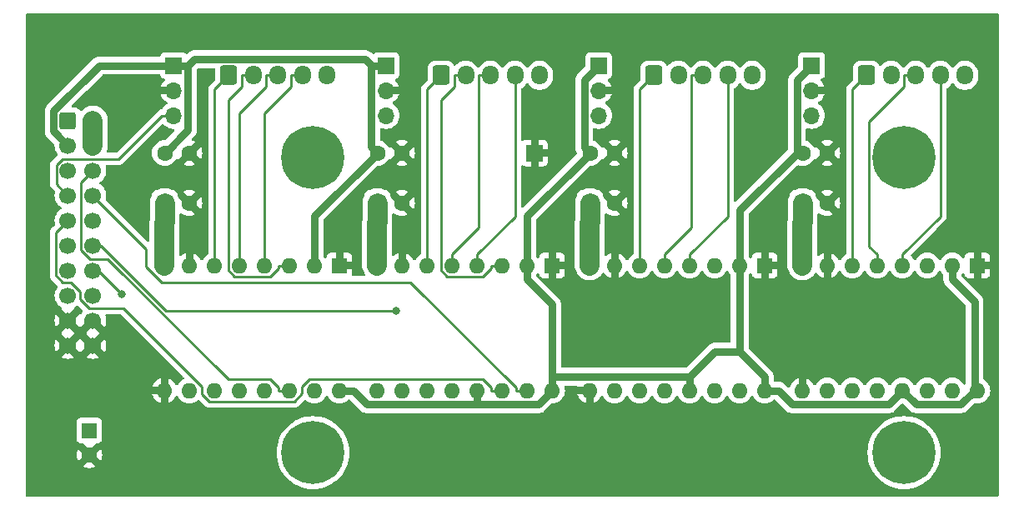
<source format=gbr>
%TF.GenerationSoftware,KiCad,Pcbnew,8.0.0*%
%TF.CreationDate,2024-03-11T16:38:20+11:00*%
%TF.ProjectId,split-flap-units,73706c69-742d-4666-9c61-702d756e6974,rev?*%
%TF.SameCoordinates,Original*%
%TF.FileFunction,Copper,L2,Bot*%
%TF.FilePolarity,Positive*%
%FSLAX46Y46*%
G04 Gerber Fmt 4.6, Leading zero omitted, Abs format (unit mm)*
G04 Created by KiCad (PCBNEW 8.0.0) date 2024-03-11 16:38:20*
%MOMM*%
%LPD*%
G01*
G04 APERTURE LIST*
G04 Aperture macros list*
%AMRoundRect*
0 Rectangle with rounded corners*
0 $1 Rounding radius*
0 $2 $3 $4 $5 $6 $7 $8 $9 X,Y pos of 4 corners*
0 Add a 4 corners polygon primitive as box body*
4,1,4,$2,$3,$4,$5,$6,$7,$8,$9,$2,$3,0*
0 Add four circle primitives for the rounded corners*
1,1,$1+$1,$2,$3*
1,1,$1+$1,$4,$5*
1,1,$1+$1,$6,$7*
1,1,$1+$1,$8,$9*
0 Add four rect primitives between the rounded corners*
20,1,$1+$1,$2,$3,$4,$5,0*
20,1,$1+$1,$4,$5,$6,$7,0*
20,1,$1+$1,$6,$7,$8,$9,0*
20,1,$1+$1,$8,$9,$2,$3,0*%
G04 Aperture macros list end*
%TA.AperFunction,ComponentPad*%
%ADD10R,1.600000X1.600000*%
%TD*%
%TA.AperFunction,ComponentPad*%
%ADD11O,1.600000X1.600000*%
%TD*%
%TA.AperFunction,ComponentPad*%
%ADD12RoundRect,0.250000X-0.600000X-0.725000X0.600000X-0.725000X0.600000X0.725000X-0.600000X0.725000X0*%
%TD*%
%TA.AperFunction,ComponentPad*%
%ADD13O,1.700000X1.950000*%
%TD*%
%TA.AperFunction,ComponentPad*%
%ADD14R,1.700000X1.700000*%
%TD*%
%TA.AperFunction,ComponentPad*%
%ADD15O,1.700000X1.700000*%
%TD*%
%TA.AperFunction,ComponentPad*%
%ADD16C,1.600000*%
%TD*%
%TA.AperFunction,ComponentPad*%
%ADD17C,6.400000*%
%TD*%
%TA.AperFunction,ComponentPad*%
%ADD18RoundRect,0.250000X-0.600000X-0.600000X0.600000X-0.600000X0.600000X0.600000X-0.600000X0.600000X0*%
%TD*%
%TA.AperFunction,ComponentPad*%
%ADD19C,1.700000*%
%TD*%
%TA.AperFunction,ViaPad*%
%ADD20C,0.800000*%
%TD*%
%TA.AperFunction,Conductor*%
%ADD21C,0.800000*%
%TD*%
%TA.AperFunction,Conductor*%
%ADD22C,0.250000*%
%TD*%
%TA.AperFunction,Conductor*%
%ADD23C,2.000000*%
%TD*%
G04 APERTURE END LIST*
D10*
%TO.P,A4,1,GND*%
%TO.N,GND*%
X176530000Y-104648000D03*
D11*
%TO.P,A4,2,VDD*%
%TO.N,+3.3V*%
X173990000Y-104648000D03*
%TO.P,A4,3,1B*%
%TO.N,Net-(A4-1B)*%
X171450000Y-104648000D03*
%TO.P,A4,4,1A*%
%TO.N,Net-(A4-1A)*%
X168910000Y-104648000D03*
%TO.P,A4,5,2A*%
%TO.N,Net-(A4-2A)*%
X166370000Y-104648000D03*
%TO.P,A4,6,2B*%
%TO.N,Net-(A4-2B)*%
X163830000Y-104648000D03*
%TO.P,A4,7,GND*%
%TO.N,GND*%
X161290000Y-104648000D03*
%TO.P,A4,8,VMOT*%
%TO.N,+9V*%
X158750000Y-104648000D03*
%TO.P,A4,9,~{ENABLE}*%
%TO.N,GND*%
X158750000Y-117348000D03*
%TO.P,A4,10,MS1*%
%TO.N,unconnected-(A4-MS1-Pad10)*%
X161290000Y-117348000D03*
%TO.P,A4,11,MS2*%
%TO.N,unconnected-(A4-MS2-Pad11)*%
X163830000Y-117348000D03*
%TO.P,A4,12,MS3*%
%TO.N,unconnected-(A4-MS3-Pad12)*%
X166370000Y-117348000D03*
%TO.P,A4,13,~{RESET}*%
%TO.N,+3.3V*%
X168910000Y-117348000D03*
%TO.P,A4,14,~{SLEEP}*%
%TO.N,/en_00*%
X171450000Y-117348000D03*
%TO.P,A4,15,STEP*%
%TO.N,/step_00*%
X173990000Y-117348000D03*
%TO.P,A4,16,DIR*%
%TO.N,+3.3V*%
X176530000Y-117348000D03*
%TD*%
D12*
%TO.P,J4,1*%
%TO.N,Net-(A1-2B)*%
X100490000Y-85328000D03*
D13*
%TO.P,J4,2*%
%TO.N,Net-(A1-1B)*%
X102990000Y-85328000D03*
%TO.P,J4,3*%
%TO.N,Net-(A1-2A)*%
X105490000Y-85328000D03*
%TO.P,J4,4*%
%TO.N,Net-(A1-1A)*%
X107990000Y-85328000D03*
%TO.P,J4,5*%
%TO.N,unconnected-(J4-Pad5)*%
X110490000Y-85328000D03*
%TD*%
D14*
%TO.P,J3,1,Pin_1*%
%TO.N,+3.3V*%
X94920000Y-84328000D03*
D15*
%TO.P,J3,2,Pin_2*%
%TO.N,GND*%
X94920000Y-86868000D03*
%TO.P,J3,3,Pin_3*%
%TO.N,/sens_03*%
X94920000Y-89408000D03*
%TD*%
D10*
%TO.P,A1,1,GND*%
%TO.N,GND*%
X111760000Y-104648000D03*
D11*
%TO.P,A1,2,VDD*%
%TO.N,+3.3V*%
X109220000Y-104648000D03*
%TO.P,A1,3,1B*%
%TO.N,Net-(A1-1B)*%
X106680000Y-104648000D03*
%TO.P,A1,4,1A*%
%TO.N,Net-(A1-1A)*%
X104140000Y-104648000D03*
%TO.P,A1,5,2A*%
%TO.N,Net-(A1-2A)*%
X101600000Y-104648000D03*
%TO.P,A1,6,2B*%
%TO.N,Net-(A1-2B)*%
X99060000Y-104648000D03*
%TO.P,A1,7,GND*%
%TO.N,GND*%
X96520000Y-104648000D03*
%TO.P,A1,8,VMOT*%
%TO.N,+9V*%
X93980000Y-104648000D03*
%TO.P,A1,9,~{ENABLE}*%
%TO.N,GND*%
X93980000Y-117348000D03*
%TO.P,A1,10,MS1*%
%TO.N,unconnected-(A1-MS1-Pad10)*%
X96520000Y-117348000D03*
%TO.P,A1,11,MS2*%
%TO.N,unconnected-(A1-MS2-Pad11)*%
X99060000Y-117348000D03*
%TO.P,A1,12,MS3*%
%TO.N,unconnected-(A1-MS3-Pad12)*%
X101600000Y-117348000D03*
%TO.P,A1,13,~{RESET}*%
%TO.N,+3.3V*%
X104140000Y-117348000D03*
%TO.P,A1,14,~{SLEEP}*%
%TO.N,/en_03*%
X106680000Y-117348000D03*
%TO.P,A1,15,STEP*%
%TO.N,/step_03*%
X109220000Y-117348000D03*
%TO.P,A1,16,DIR*%
%TO.N,+3.3V*%
X111760000Y-117348000D03*
%TD*%
D16*
%TO.P,C6,1*%
%TO.N,+3.3V*%
X94020000Y-93218000D03*
%TO.P,C6,2*%
%TO.N,GND*%
X96520000Y-93218000D03*
%TD*%
D17*
%TO.P,REF3,1*%
%TO.N,N/C*%
X109075000Y-123650000D03*
%TD*%
D10*
%TO.P,C5,1*%
%TO.N,+9V*%
X158790000Y-98298000D03*
D16*
%TO.P,C5,2*%
%TO.N,GND*%
X161290000Y-98298000D03*
%TD*%
D10*
%TO.P,C2,1*%
%TO.N,+9V*%
X94020000Y-98298000D03*
D16*
%TO.P,C2,2*%
%TO.N,GND*%
X96520000Y-98298000D03*
%TD*%
D10*
%TO.P,C1,1*%
%TO.N,+3.3V*%
X86360000Y-121412000D03*
D16*
%TO.P,C1,2*%
%TO.N,GND*%
X86360000Y-123912000D03*
%TD*%
D14*
%TO.P,J7,1,Pin_1*%
%TO.N,+3.3V*%
X138100000Y-84328000D03*
D15*
%TO.P,J7,2,Pin_2*%
%TO.N,GND*%
X138100000Y-86868000D03*
%TO.P,J7,3,Pin_3*%
%TO.N,/sens_01*%
X138100000Y-89408000D03*
%TD*%
D14*
%TO.P,J5,1,Pin_1*%
%TO.N,+3.3V*%
X116510000Y-84328000D03*
D15*
%TO.P,J5,2,Pin_2*%
%TO.N,GND*%
X116510000Y-86868000D03*
%TO.P,J5,3,Pin_3*%
%TO.N,/sens_02*%
X116510000Y-89408000D03*
%TD*%
D16*
%TO.P,C9,1*%
%TO.N,+3.3V*%
X158790000Y-93218000D03*
%TO.P,C9,2*%
%TO.N,GND*%
X161290000Y-93218000D03*
%TD*%
D18*
%TO.P,J1,1,Pin_1*%
%TO.N,+9V*%
X84190000Y-89916000D03*
D19*
%TO.P,J1,2,Pin_2*%
X86730000Y-89916000D03*
%TO.P,J1,3,Pin_3*%
%TO.N,+3.3V*%
X84190000Y-92456000D03*
%TO.P,J1,4,Pin_4*%
%TO.N,+9V*%
X86730000Y-92456000D03*
%TO.P,J1,5,Pin_5*%
%TO.N,/step_03*%
X84190000Y-94996000D03*
%TO.P,J1,6,Pin_6*%
%TO.N,/en_03*%
X86730000Y-94996000D03*
%TO.P,J1,7,Pin_7*%
%TO.N,/sens_03*%
X84190000Y-97536000D03*
%TO.P,J1,8,Pin_8*%
%TO.N,/step_02*%
X86730000Y-97536000D03*
%TO.P,J1,9,Pin_9*%
%TO.N,/en_02*%
X84190000Y-100076000D03*
%TO.P,J1,10,Pin_10*%
%TO.N,/sens_02*%
X86730000Y-100076000D03*
%TO.P,J1,11,Pin_11*%
%TO.N,/step_01*%
X84190000Y-102616000D03*
%TO.P,J1,12,Pin_12*%
%TO.N,/en_01*%
X86730000Y-102616000D03*
%TO.P,J1,13,Pin_13*%
%TO.N,/sens_01*%
X84190000Y-105156000D03*
%TO.P,J1,14,Pin_14*%
%TO.N,/step_00*%
X86730000Y-105156000D03*
%TO.P,J1,15,Pin_15*%
%TO.N,/en_00*%
X84190000Y-107696000D03*
%TO.P,J1,16,Pin_16*%
%TO.N,/sens_00*%
X86730000Y-107696000D03*
%TO.P,J1,17,Pin_17*%
%TO.N,GND*%
X84190000Y-110236000D03*
%TO.P,J1,18,Pin_18*%
X86730000Y-110236000D03*
%TO.P,J1,19,Pin_19*%
X84190000Y-112776000D03*
%TO.P,J1,20,Pin_20*%
X86730000Y-112776000D03*
%TD*%
D17*
%TO.P,REF4,1*%
%TO.N,N/C*%
X169075000Y-123650000D03*
%TD*%
D16*
%TO.P,C8,1*%
%TO.N,+3.3V*%
X137200000Y-93218000D03*
%TO.P,C8,2*%
%TO.N,GND*%
X139700000Y-93218000D03*
%TD*%
D17*
%TO.P,REF2,1*%
%TO.N,N/C*%
X169075000Y-93650000D03*
%TD*%
D10*
%TO.P,C3,1*%
%TO.N,+9V*%
X115610000Y-98298000D03*
D16*
%TO.P,C3,2*%
%TO.N,GND*%
X118110000Y-98298000D03*
%TD*%
D10*
%TO.P,A2,1,GND*%
%TO.N,GND*%
X133350000Y-104648000D03*
D11*
%TO.P,A2,2,VDD*%
%TO.N,+3.3V*%
X130810000Y-104648000D03*
%TO.P,A2,3,1B*%
%TO.N,Net-(A2-1B)*%
X128270000Y-104648000D03*
%TO.P,A2,4,1A*%
%TO.N,Net-(A2-1A)*%
X125730000Y-104648000D03*
%TO.P,A2,5,2A*%
%TO.N,Net-(A2-2A)*%
X123190000Y-104648000D03*
%TO.P,A2,6,2B*%
%TO.N,Net-(A2-2B)*%
X120650000Y-104648000D03*
%TO.P,A2,7,GND*%
%TO.N,GND*%
X118110000Y-104648000D03*
%TO.P,A2,8,VMOT*%
%TO.N,+9V*%
X115570000Y-104648000D03*
%TO.P,A2,9,~{ENABLE}*%
%TO.N,GND*%
X115570000Y-117348000D03*
%TO.P,A2,10,MS1*%
%TO.N,unconnected-(A2-MS1-Pad10)*%
X118110000Y-117348000D03*
%TO.P,A2,11,MS2*%
%TO.N,unconnected-(A2-MS2-Pad11)*%
X120650000Y-117348000D03*
%TO.P,A2,12,MS3*%
%TO.N,unconnected-(A2-MS3-Pad12)*%
X123190000Y-117348000D03*
%TO.P,A2,13,~{RESET}*%
%TO.N,+3.3V*%
X125730000Y-117348000D03*
%TO.P,A2,14,~{SLEEP}*%
%TO.N,/en_02*%
X128270000Y-117348000D03*
%TO.P,A2,15,STEP*%
%TO.N,/step_02*%
X130810000Y-117348000D03*
%TO.P,A2,16,DIR*%
%TO.N,+3.3V*%
X133350000Y-117348000D03*
%TD*%
D16*
%TO.P,C7,1*%
%TO.N,+3.3V*%
X115610000Y-93218000D03*
%TO.P,C7,2*%
%TO.N,GND*%
X118110000Y-93218000D03*
%TD*%
D17*
%TO.P,REF1,1*%
%TO.N,N/C*%
X109075000Y-93650000D03*
%TD*%
D10*
%TO.P,A3,1,GND*%
%TO.N,GND*%
X154940000Y-104648000D03*
D11*
%TO.P,A3,2,VDD*%
%TO.N,+3.3V*%
X152400000Y-104648000D03*
%TO.P,A3,3,1B*%
%TO.N,Net-(A3-1B)*%
X149860000Y-104648000D03*
%TO.P,A3,4,1A*%
%TO.N,Net-(A3-1A)*%
X147320000Y-104648000D03*
%TO.P,A3,5,2A*%
%TO.N,Net-(A3-2A)*%
X144780000Y-104648000D03*
%TO.P,A3,6,2B*%
%TO.N,Net-(A3-2B)*%
X142240000Y-104648000D03*
%TO.P,A3,7,GND*%
%TO.N,GND*%
X139700000Y-104648000D03*
%TO.P,A3,8,VMOT*%
%TO.N,+9V*%
X137160000Y-104648000D03*
%TO.P,A3,9,~{ENABLE}*%
%TO.N,GND*%
X137160000Y-117348000D03*
%TO.P,A3,10,MS1*%
%TO.N,unconnected-(A3-MS1-Pad10)*%
X139700000Y-117348000D03*
%TO.P,A3,11,MS2*%
%TO.N,unconnected-(A3-MS2-Pad11)*%
X142240000Y-117348000D03*
%TO.P,A3,12,MS3*%
%TO.N,unconnected-(A3-MS3-Pad12)*%
X144780000Y-117348000D03*
%TO.P,A3,13,~{RESET}*%
%TO.N,+3.3V*%
X147320000Y-117348000D03*
%TO.P,A3,14,~{SLEEP}*%
%TO.N,/en_01*%
X149860000Y-117348000D03*
%TO.P,A3,15,STEP*%
%TO.N,/step_01*%
X152400000Y-117348000D03*
%TO.P,A3,16,DIR*%
%TO.N,+3.3V*%
X154940000Y-117348000D03*
%TD*%
D12*
%TO.P,J8,1*%
%TO.N,Net-(A3-2B)*%
X143670000Y-85328000D03*
D13*
%TO.P,J8,2*%
%TO.N,Net-(A3-1B)*%
X146170000Y-85328000D03*
%TO.P,J8,3*%
%TO.N,Net-(A3-2A)*%
X148670000Y-85328000D03*
%TO.P,J8,4*%
%TO.N,Net-(A3-1A)*%
X151170000Y-85328000D03*
%TO.P,J8,5*%
%TO.N,unconnected-(J8-Pad5)*%
X153670000Y-85328000D03*
%TD*%
D12*
%TO.P,J10,1*%
%TO.N,Net-(A4-2B)*%
X165270000Y-85328000D03*
D13*
%TO.P,J10,2*%
%TO.N,Net-(A4-1B)*%
X167770000Y-85328000D03*
%TO.P,J10,3*%
%TO.N,Net-(A4-2A)*%
X170270000Y-85328000D03*
%TO.P,J10,4*%
%TO.N,Net-(A4-1A)*%
X172770000Y-85328000D03*
%TO.P,J10,5*%
%TO.N,unconnected-(J10-Pad5)*%
X175270000Y-85328000D03*
%TD*%
D14*
%TO.P,J9,1,Pin_1*%
%TO.N,+3.3V*%
X159700000Y-84328000D03*
D15*
%TO.P,J9,2,Pin_2*%
%TO.N,GND*%
X159700000Y-86868000D03*
%TO.P,J9,3,Pin_3*%
%TO.N,/sens_00*%
X159700000Y-89408000D03*
%TD*%
D12*
%TO.P,J6,1*%
%TO.N,Net-(A2-2B)*%
X122080000Y-85328000D03*
D13*
%TO.P,J6,2*%
%TO.N,Net-(A2-1B)*%
X124580000Y-85328000D03*
%TO.P,J6,3*%
%TO.N,Net-(A2-2A)*%
X127080000Y-85328000D03*
%TO.P,J6,4*%
%TO.N,Net-(A2-1A)*%
X129580000Y-85328000D03*
%TO.P,J6,5*%
%TO.N,unconnected-(J6-Pad5)*%
X132080000Y-85328000D03*
%TD*%
D14*
%TO.P,J2,1,Pin_1*%
%TO.N,GND*%
X131572000Y-93218000D03*
%TD*%
D10*
%TO.P,C4,1*%
%TO.N,+9V*%
X137200000Y-98298000D03*
D16*
%TO.P,C4,2*%
%TO.N,GND*%
X139700000Y-98298000D03*
%TD*%
D20*
%TO.N,/step_00*%
X89682600Y-107586200D03*
%TO.N,/en_01*%
X117491700Y-109211100D03*
%TD*%
D21*
%TO.N,+3.3V*%
X82734700Y-88941000D02*
X87347700Y-84328000D01*
X176250100Y-117348000D02*
X176530000Y-117348000D01*
X130810000Y-104648000D02*
X130810000Y-106049700D01*
X116510000Y-84328000D02*
X115309200Y-84328000D01*
X133350000Y-115946300D02*
X133350000Y-108589700D01*
X133350000Y-108589700D02*
X130810000Y-106049700D01*
X115059800Y-84328000D02*
X115058300Y-84328000D01*
X176250100Y-117348000D02*
X176250100Y-108309800D01*
X115610000Y-93218000D02*
X109220000Y-99608000D01*
X136609400Y-85818600D02*
X138100000Y-84328000D01*
X157745500Y-118751800D02*
X167506200Y-118751800D01*
X94020000Y-93218000D02*
X96371700Y-90866300D01*
X136609400Y-92627400D02*
X136609400Y-85818600D01*
X115059800Y-84328000D02*
X115003200Y-84384600D01*
X115003200Y-84384600D02*
X115003200Y-92611200D01*
X158219100Y-85808900D02*
X159700000Y-84328000D01*
X133350000Y-117348000D02*
X133350000Y-115946300D01*
X152400000Y-113406300D02*
X154940000Y-115946300D01*
X152400000Y-113406300D02*
X149860000Y-113406300D01*
X96371700Y-90866300D02*
X96371700Y-84328000D01*
X96371700Y-84328000D02*
X97022700Y-83677000D01*
X84190000Y-92456000D02*
X82734700Y-91000700D01*
X82734700Y-91000700D02*
X82734700Y-88941000D01*
X147320000Y-115946300D02*
X133350000Y-115946300D01*
X158219100Y-93218000D02*
X158790000Y-93218000D01*
X125730000Y-118749700D02*
X131948300Y-118749700D01*
X158219100Y-93218000D02*
X158219100Y-85808900D01*
X154940000Y-117348000D02*
X154940000Y-115946300D01*
X154940000Y-117348000D02*
X156341700Y-117348000D01*
X152400000Y-104648000D02*
X152400000Y-99037100D01*
X149860000Y-113406300D02*
X147320000Y-115946300D01*
X152400000Y-104648000D02*
X152400000Y-113406300D01*
X152400000Y-99037100D02*
X158219100Y-93218000D01*
X173990000Y-104648000D02*
X173990000Y-106049700D01*
X137200000Y-93218000D02*
X136609400Y-92627400D01*
X176250100Y-108309800D02*
X173990000Y-106049700D01*
X147320000Y-117348000D02*
X147320000Y-115946300D01*
X167506200Y-118751800D02*
X168910000Y-117348000D01*
X168910000Y-117348000D02*
X170315300Y-118753300D01*
X97022700Y-83677000D02*
X114407300Y-83677000D01*
X131948300Y-118749700D02*
X133350000Y-117348000D01*
X115003200Y-92611200D02*
X115610000Y-93218000D01*
X156341700Y-117348000D02*
X157745500Y-118751800D01*
X109220000Y-99608000D02*
X109220000Y-104648000D01*
X87347700Y-84328000D02*
X94920000Y-84328000D01*
X114407300Y-83677000D02*
X115058300Y-84328000D01*
X125730000Y-117348000D02*
X125730000Y-118749700D01*
X113161700Y-117348000D02*
X114563400Y-118749700D01*
X174844800Y-118753300D02*
X176250100Y-117348000D01*
X137200000Y-93218000D02*
X130810000Y-99608000D01*
X94920000Y-84328000D02*
X96371700Y-84328000D01*
X114563400Y-118749700D02*
X125730000Y-118749700D01*
X111760000Y-117348000D02*
X113161700Y-117348000D01*
X130810000Y-99608000D02*
X130810000Y-104648000D01*
X115309200Y-84328000D02*
X115059800Y-84328000D01*
X170315300Y-118753300D02*
X174844800Y-118753300D01*
D22*
%TO.N,Net-(A1-1B)*%
X100473200Y-105131300D02*
X101116600Y-105774700D01*
X101116600Y-105774700D02*
X104708400Y-105774700D01*
X102990000Y-85328000D02*
X101813300Y-85328000D01*
X101813300Y-86504700D02*
X100473200Y-87844800D01*
X101813300Y-85328000D02*
X101813300Y-86504700D01*
X105553300Y-104929800D02*
X105553300Y-104648000D01*
X106680000Y-104648000D02*
X105553300Y-104648000D01*
X100473200Y-87844800D02*
X100473200Y-105131300D01*
X104708400Y-105774700D02*
X105553300Y-104929800D01*
%TO.N,Net-(A1-1A)*%
X106813300Y-86504700D02*
X104140000Y-89178000D01*
X106813300Y-85328000D02*
X106813300Y-86504700D01*
X107990000Y-85328000D02*
X106813300Y-85328000D01*
X104140000Y-89178000D02*
X104140000Y-104648000D01*
%TO.N,Net-(A1-2A)*%
X105490000Y-85328000D02*
X104313300Y-85328000D01*
X104313300Y-85328000D02*
X104313300Y-86504700D01*
X104313300Y-86504700D02*
X101600000Y-89218000D01*
X101600000Y-89218000D02*
X101600000Y-104648000D01*
%TO.N,Net-(A1-2B)*%
X100490000Y-85328000D02*
X99060000Y-86758000D01*
X99060000Y-86758000D02*
X99060000Y-104648000D01*
D23*
%TO.N,+9V*%
X115610000Y-98298000D02*
X115610000Y-100299700D01*
X158750000Y-100339700D02*
X158750000Y-104648000D01*
X94020000Y-100299700D02*
X93980000Y-100339700D01*
X94020000Y-98298000D02*
X94020000Y-100299700D01*
X158790000Y-98298000D02*
X158790000Y-100299700D01*
X115570000Y-100339700D02*
X115570000Y-104648000D01*
X158790000Y-100299700D02*
X158750000Y-100339700D01*
X137160000Y-100339700D02*
X137200000Y-100299700D01*
X137160000Y-104648000D02*
X137160000Y-100339700D01*
X137200000Y-98298000D02*
X137200000Y-100299700D01*
X86730000Y-92456000D02*
X86730000Y-89916000D01*
X93980000Y-100339700D02*
X93980000Y-104648000D01*
X115610000Y-100299700D02*
X115570000Y-100339700D01*
D22*
%TO.N,/en_03*%
X86414000Y-103979300D02*
X88245800Y-103979300D01*
X88245800Y-103979300D02*
X100487800Y-116221300D01*
X104708400Y-116221300D02*
X105553300Y-117066200D01*
X85525300Y-103090600D02*
X86414000Y-103979300D01*
X106680000Y-117348000D02*
X105553300Y-117348000D01*
X100487800Y-116221300D02*
X104708400Y-116221300D01*
X86730000Y-94996000D02*
X85525300Y-96200700D01*
X105553300Y-117066200D02*
X105553300Y-117348000D01*
X85525300Y-96200700D02*
X85525300Y-103090600D01*
%TO.N,/step_00*%
X86730000Y-105156000D02*
X87252400Y-105156000D01*
X87252400Y-105156000D02*
X89682600Y-107586200D01*
%TO.N,Net-(A2-1B)*%
X122695700Y-105774700D02*
X126298400Y-105774700D01*
X123403300Y-85328000D02*
X123403300Y-86504700D01*
X124580000Y-85328000D02*
X123403300Y-85328000D01*
X127143300Y-104929800D02*
X127143300Y-104648000D01*
X128270000Y-104648000D02*
X127143300Y-104648000D01*
X126298400Y-105774700D02*
X127143300Y-104929800D01*
X122062700Y-105141700D02*
X122695700Y-105774700D01*
X123403300Y-86504700D02*
X122062700Y-87845300D01*
X122062700Y-87845300D02*
X122062700Y-105141700D01*
%TO.N,Net-(A2-1A)*%
X129580000Y-85328000D02*
X129580000Y-99671300D01*
X129580000Y-99671300D02*
X125730000Y-103521300D01*
X125730000Y-104648000D02*
X125730000Y-103521300D01*
%TO.N,Net-(A2-2A)*%
X125903300Y-100808000D02*
X123190000Y-103521300D01*
X123190000Y-104648000D02*
X123190000Y-103521300D01*
X127080000Y-85328000D02*
X125903300Y-85328000D01*
X125903300Y-85328000D02*
X125903300Y-100808000D01*
%TO.N,Net-(A2-2B)*%
X122080000Y-85328000D02*
X120650000Y-86758000D01*
X120650000Y-86758000D02*
X120650000Y-104648000D01*
%TO.N,/en_02*%
X107149900Y-118475700D02*
X107950000Y-117675600D01*
X108677900Y-116221300D02*
X126298400Y-116221300D01*
X84190000Y-100076000D02*
X82965900Y-101300100D01*
X128270000Y-117348000D02*
X127143300Y-117348000D01*
X84505600Y-106332700D02*
X85460000Y-107287100D01*
X98548400Y-118475700D02*
X107149900Y-118475700D01*
X107950000Y-117675600D02*
X107950000Y-116949200D01*
X82965900Y-105638000D02*
X83660600Y-106332700D01*
X89794600Y-108966000D02*
X97790000Y-116961400D01*
X107950000Y-116949200D02*
X108677900Y-116221300D01*
X97790000Y-116961400D02*
X97790000Y-117717300D01*
X82965900Y-101300100D02*
X82965900Y-105638000D01*
X85460000Y-108090800D02*
X86335200Y-108966000D01*
X127143300Y-117066200D02*
X127143300Y-117348000D01*
X97790000Y-117717300D02*
X98548400Y-118475700D01*
X86335200Y-108966000D02*
X89794600Y-108966000D01*
X126298400Y-116221300D02*
X127143300Y-117066200D01*
X83660600Y-106332700D02*
X84505600Y-106332700D01*
X85460000Y-107287100D02*
X85460000Y-108090800D01*
%TO.N,Net-(A3-1A)*%
X151170000Y-99671300D02*
X147320000Y-103521300D01*
X147320000Y-104648000D02*
X147320000Y-103521300D01*
X151170000Y-85328000D02*
X151170000Y-99671300D01*
%TO.N,Net-(A3-2A)*%
X147493300Y-100808000D02*
X144780000Y-103521300D01*
X148670000Y-85328000D02*
X147493300Y-85328000D01*
X147493300Y-85328000D02*
X147493300Y-100808000D01*
X144780000Y-104648000D02*
X144780000Y-103521300D01*
%TO.N,Net-(A3-2B)*%
X143670000Y-85328000D02*
X142240000Y-86758000D01*
X142240000Y-86758000D02*
X142240000Y-104648000D01*
%TO.N,/en_01*%
X86730000Y-102616000D02*
X87523400Y-102616000D01*
X87523400Y-102616000D02*
X94118500Y-109211100D01*
X94118500Y-109211100D02*
X117491700Y-109211100D01*
%TO.N,/step_02*%
X130810000Y-117348000D02*
X129683300Y-117348000D01*
X93732600Y-106344900D02*
X92139000Y-104751300D01*
X92139000Y-102945000D02*
X86730000Y-97536000D01*
X118961900Y-106344900D02*
X93732600Y-106344900D01*
X92139000Y-104751300D02*
X92139000Y-102945000D01*
X129683300Y-117066300D02*
X118961900Y-106344900D01*
X129683300Y-117348000D02*
X129683300Y-117066300D01*
%TO.N,Net-(A4-1A)*%
X168910000Y-104648000D02*
X168910000Y-103521300D01*
X172770000Y-99661300D02*
X168910000Y-103521300D01*
X172770000Y-85328000D02*
X172770000Y-99661300D01*
%TO.N,Net-(A4-2A)*%
X169093300Y-85328000D02*
X169093300Y-86504700D01*
X170270000Y-85328000D02*
X169093300Y-85328000D01*
X165541100Y-102692400D02*
X166370000Y-103521300D01*
X169093300Y-86504700D02*
X165541100Y-90056900D01*
X166370000Y-104648000D02*
X166370000Y-103521300D01*
X165541100Y-90056900D02*
X165541100Y-102692400D01*
%TO.N,Net-(A4-2B)*%
X163830000Y-86768000D02*
X163830000Y-104648000D01*
X165270000Y-85328000D02*
X163830000Y-86768000D01*
%TO.N,/sens_03*%
X94920000Y-89408000D02*
X93743300Y-89408000D01*
X83612700Y-93801100D02*
X89350200Y-93801100D01*
X89350200Y-93801100D02*
X93743300Y-89408000D01*
X84190000Y-97536000D02*
X83009600Y-96355600D01*
X83009600Y-94404200D02*
X83612700Y-93801100D01*
X83009600Y-96355600D02*
X83009600Y-94404200D01*
%TD*%
%TA.AperFunction,Conductor*%
%TO.N,GND*%
G36*
X158377259Y-117502394D02*
G01*
X158429920Y-117593606D01*
X158504394Y-117668080D01*
X158595606Y-117720741D01*
X158604037Y-117723000D01*
X158499000Y-117723000D01*
X158431961Y-117703315D01*
X158386206Y-117650511D01*
X158375000Y-117599000D01*
X158375000Y-117493963D01*
X158377259Y-117502394D01*
G37*
%TD.AperFunction*%
%TA.AperFunction,Conductor*%
G36*
X159125000Y-117599000D02*
G01*
X159105315Y-117666039D01*
X159052511Y-117711794D01*
X159001000Y-117723000D01*
X158895963Y-117723000D01*
X158904394Y-117720741D01*
X158995606Y-117668080D01*
X159070080Y-117593606D01*
X159122741Y-117502394D01*
X159125000Y-117493963D01*
X159125000Y-117599000D01*
G37*
%TD.AperFunction*%
%TA.AperFunction,Conductor*%
G36*
X137478039Y-116992685D02*
G01*
X137523794Y-117045489D01*
X137535000Y-117097000D01*
X137535000Y-117202036D01*
X137532741Y-117193606D01*
X137480080Y-117102394D01*
X137405606Y-117027920D01*
X137314394Y-116975259D01*
X137305963Y-116973000D01*
X137411000Y-116973000D01*
X137478039Y-116992685D01*
G37*
%TD.AperFunction*%
%TA.AperFunction,Conductor*%
G36*
X96147259Y-104802394D02*
G01*
X96199920Y-104893606D01*
X96274394Y-104968080D01*
X96365606Y-105020741D01*
X96374037Y-105023000D01*
X96269000Y-105023000D01*
X96201961Y-105003315D01*
X96156206Y-104950511D01*
X96145000Y-104899000D01*
X96145000Y-104793963D01*
X96147259Y-104802394D01*
G37*
%TD.AperFunction*%
%TA.AperFunction,Conductor*%
G36*
X96895000Y-104899000D02*
G01*
X96875315Y-104966039D01*
X96822511Y-105011794D01*
X96771000Y-105023000D01*
X96665963Y-105023000D01*
X96674394Y-105020741D01*
X96765606Y-104968080D01*
X96840080Y-104893606D01*
X96892741Y-104802394D01*
X96895000Y-104793963D01*
X96895000Y-104899000D01*
G37*
%TD.AperFunction*%
%TA.AperFunction,Conductor*%
G36*
X111387259Y-104802394D02*
G01*
X111439920Y-104893606D01*
X111514394Y-104968080D01*
X111605606Y-105020741D01*
X111614037Y-105023000D01*
X111509000Y-105023000D01*
X111441961Y-105003315D01*
X111396206Y-104950511D01*
X111385000Y-104899000D01*
X111385000Y-104793963D01*
X111387259Y-104802394D01*
G37*
%TD.AperFunction*%
%TA.AperFunction,Conductor*%
G36*
X117737259Y-104802394D02*
G01*
X117789920Y-104893606D01*
X117864394Y-104968080D01*
X117955606Y-105020741D01*
X117964037Y-105023000D01*
X117859000Y-105023000D01*
X117791961Y-105003315D01*
X117746206Y-104950511D01*
X117735000Y-104899000D01*
X117735000Y-104793963D01*
X117737259Y-104802394D01*
G37*
%TD.AperFunction*%
%TA.AperFunction,Conductor*%
G36*
X118485000Y-104899000D02*
G01*
X118465315Y-104966039D01*
X118412511Y-105011794D01*
X118361000Y-105023000D01*
X118255963Y-105023000D01*
X118264394Y-105020741D01*
X118355606Y-104968080D01*
X118430080Y-104893606D01*
X118482741Y-104802394D01*
X118485000Y-104793963D01*
X118485000Y-104899000D01*
G37*
%TD.AperFunction*%
%TA.AperFunction,Conductor*%
G36*
X99082539Y-84597185D02*
G01*
X99128294Y-84649989D01*
X99139500Y-84701500D01*
X99139500Y-85742546D01*
X99119815Y-85809585D01*
X99103180Y-85830227D01*
X98661269Y-86272140D01*
X98661267Y-86272142D01*
X98624478Y-86308931D01*
X98574143Y-86359265D01*
X98574142Y-86359267D01*
X98558327Y-86382936D01*
X98533234Y-86420490D01*
X98505686Y-86461717D01*
X98505685Y-86461719D01*
X98482347Y-86518065D01*
X98482347Y-86518066D01*
X98458538Y-86575545D01*
X98458535Y-86575555D01*
X98434500Y-86696389D01*
X98434500Y-103433811D01*
X98414815Y-103500850D01*
X98381623Y-103535386D01*
X98220859Y-103647953D01*
X98059954Y-103808858D01*
X97945176Y-103972781D01*
X97929432Y-103995266D01*
X97916733Y-104022500D01*
X97902106Y-104053867D01*
X97855933Y-104106306D01*
X97788739Y-104125457D01*
X97721858Y-104105241D01*
X97677342Y-104053865D01*
X97650135Y-103995520D01*
X97650134Y-103995518D01*
X97519657Y-103809179D01*
X97358820Y-103648342D01*
X97172482Y-103517865D01*
X96966324Y-103421733D01*
X96966321Y-103421732D01*
X96895000Y-103402620D01*
X96895000Y-104502036D01*
X96892741Y-104493606D01*
X96840080Y-104402394D01*
X96765606Y-104327920D01*
X96674394Y-104275259D01*
X96572661Y-104248000D01*
X96467339Y-104248000D01*
X96365606Y-104275259D01*
X96274394Y-104327920D01*
X96199920Y-104402394D01*
X96147259Y-104493606D01*
X96145000Y-104502036D01*
X96145000Y-103402621D01*
X96144999Y-103402620D01*
X96073678Y-103421732D01*
X96073675Y-103421733D01*
X95867517Y-103517865D01*
X95676750Y-103651444D01*
X95675481Y-103649632D01*
X95620144Y-103673822D01*
X95551157Y-103662753D01*
X95499106Y-103616144D01*
X95480500Y-103550813D01*
X95480500Y-100678459D01*
X95483166Y-100655940D01*
X95482791Y-100655881D01*
X95506133Y-100508501D01*
X95506133Y-100508500D01*
X95520500Y-100417791D01*
X95520500Y-99423351D01*
X95540185Y-99356312D01*
X95592989Y-99310557D01*
X95662147Y-99300613D01*
X95715624Y-99321776D01*
X95867517Y-99428134D01*
X96073673Y-99524265D01*
X96073682Y-99524269D01*
X96293389Y-99583139D01*
X96293400Y-99583141D01*
X96519998Y-99602966D01*
X96520002Y-99602966D01*
X96746599Y-99583141D01*
X96746610Y-99583139D01*
X96966317Y-99524269D01*
X96966326Y-99524266D01*
X97136556Y-99444886D01*
X96358046Y-98666376D01*
X96365606Y-98670741D01*
X96467339Y-98698000D01*
X96572661Y-98698000D01*
X96674394Y-98670741D01*
X96765606Y-98618080D01*
X96840080Y-98543606D01*
X96892741Y-98452394D01*
X96920000Y-98350661D01*
X96920000Y-98298000D01*
X97050330Y-98298000D01*
X97666886Y-98914556D01*
X97746266Y-98744326D01*
X97746269Y-98744317D01*
X97805139Y-98524610D01*
X97805141Y-98524599D01*
X97824966Y-98298002D01*
X97824966Y-98297997D01*
X97805141Y-98071400D01*
X97805139Y-98071389D01*
X97746269Y-97851682D01*
X97746265Y-97851673D01*
X97666886Y-97681443D01*
X97050330Y-98297999D01*
X97050330Y-98298000D01*
X96920000Y-98298000D01*
X96920000Y-98245339D01*
X96892741Y-98143606D01*
X96840080Y-98052394D01*
X96765606Y-97977920D01*
X96674394Y-97925259D01*
X96572661Y-97898000D01*
X96467339Y-97898000D01*
X96365606Y-97925259D01*
X96274394Y-97977920D01*
X96199920Y-98052394D01*
X96147259Y-98143606D01*
X96120000Y-98245339D01*
X96120000Y-98350661D01*
X96147259Y-98452394D01*
X96151623Y-98459953D01*
X95421225Y-97729555D01*
X95398421Y-97698168D01*
X95334014Y-97571760D01*
X95320499Y-97515466D01*
X95320499Y-97450129D01*
X95320498Y-97450123D01*
X95320497Y-97450116D01*
X95314091Y-97390517D01*
X95293488Y-97335278D01*
X95263797Y-97255671D01*
X95263793Y-97255664D01*
X95185525Y-97151112D01*
X95903442Y-97151112D01*
X96520000Y-97767670D01*
X96520001Y-97767670D01*
X97136556Y-97151113D01*
X96966326Y-97071734D01*
X96966317Y-97071730D01*
X96746610Y-97012860D01*
X96746599Y-97012858D01*
X96520002Y-96993034D01*
X96519998Y-96993034D01*
X96293400Y-97012858D01*
X96293389Y-97012860D01*
X96073682Y-97071730D01*
X96073668Y-97071735D01*
X95903442Y-97151112D01*
X95185525Y-97151112D01*
X95177547Y-97140455D01*
X95177544Y-97140452D01*
X95062335Y-97054206D01*
X95062328Y-97054202D01*
X94927482Y-97003908D01*
X94927483Y-97003908D01*
X94867883Y-96997501D01*
X94867881Y-96997500D01*
X94867873Y-96997500D01*
X94867865Y-96997500D01*
X94802530Y-96997500D01*
X94746235Y-96983985D01*
X94595996Y-96907433D01*
X94371368Y-96834446D01*
X94138097Y-96797500D01*
X94138092Y-96797500D01*
X93901908Y-96797500D01*
X93901903Y-96797500D01*
X93668630Y-96834447D01*
X93668627Y-96834447D01*
X93444011Y-96907430D01*
X93444010Y-96907430D01*
X93293761Y-96983985D01*
X93237469Y-96997500D01*
X93172130Y-96997500D01*
X93172123Y-96997501D01*
X93112516Y-97003908D01*
X92977671Y-97054202D01*
X92977664Y-97054206D01*
X92862455Y-97140452D01*
X92862452Y-97140455D01*
X92776206Y-97255664D01*
X92776202Y-97255671D01*
X92725908Y-97390517D01*
X92720287Y-97442807D01*
X92719501Y-97450123D01*
X92719500Y-97450135D01*
X92719500Y-97515468D01*
X92705985Y-97571763D01*
X92629434Y-97722003D01*
X92556446Y-97946631D01*
X92519500Y-98179902D01*
X92519500Y-99960940D01*
X92516834Y-99983461D01*
X92517209Y-99983521D01*
X92479500Y-100221602D01*
X92479500Y-102101548D01*
X92459815Y-102168587D01*
X92407011Y-102214342D01*
X92337853Y-102224286D01*
X92274297Y-102195261D01*
X92267819Y-102189229D01*
X88070237Y-97991647D01*
X88036752Y-97930324D01*
X88038143Y-97871872D01*
X88043553Y-97851682D01*
X88065063Y-97771408D01*
X88085659Y-97536000D01*
X88083862Y-97515466D01*
X88078146Y-97450127D01*
X88065063Y-97300592D01*
X88003903Y-97072337D01*
X87904035Y-96858171D01*
X87892334Y-96841459D01*
X87768494Y-96664597D01*
X87601402Y-96497506D01*
X87601396Y-96497501D01*
X87415842Y-96367575D01*
X87372217Y-96312998D01*
X87365023Y-96243500D01*
X87396546Y-96181145D01*
X87415842Y-96164425D01*
X87522416Y-96089801D01*
X87601401Y-96034495D01*
X87768495Y-95867401D01*
X87904035Y-95673830D01*
X88003903Y-95459663D01*
X88065063Y-95231408D01*
X88085659Y-94996000D01*
X88065063Y-94760592D01*
X88017396Y-94582693D01*
X88019059Y-94512843D01*
X88058222Y-94454981D01*
X88122450Y-94427477D01*
X88137171Y-94426600D01*
X89411807Y-94426600D01*
X89472229Y-94414581D01*
X89532652Y-94402563D01*
X89532655Y-94402561D01*
X89532658Y-94402561D01*
X89565987Y-94388754D01*
X89565986Y-94388754D01*
X89565992Y-94388752D01*
X89646486Y-94355412D01*
X89697709Y-94321184D01*
X89748933Y-94286958D01*
X89836058Y-94199833D01*
X89836058Y-94199831D01*
X89846266Y-94189624D01*
X89846267Y-94189621D01*
X93731317Y-90304572D01*
X93792638Y-90271089D01*
X93862330Y-90276073D01*
X93906677Y-90304573D01*
X94048599Y-90446495D01*
X94048602Y-90446497D01*
X94048603Y-90446498D01*
X94242165Y-90582032D01*
X94242167Y-90582033D01*
X94242170Y-90582035D01*
X94456337Y-90681903D01*
X94684592Y-90743063D01*
X94913339Y-90763076D01*
X94978408Y-90788528D01*
X95019387Y-90845119D01*
X95023265Y-90914881D01*
X94990213Y-90974285D01*
X94086945Y-91877553D01*
X94025622Y-91911038D01*
X94010072Y-91913400D01*
X93793312Y-91932364D01*
X93793302Y-91932366D01*
X93573511Y-91991258D01*
X93573502Y-91991261D01*
X93367267Y-92087431D01*
X93367265Y-92087432D01*
X93180858Y-92217954D01*
X93019954Y-92378858D01*
X92889432Y-92565265D01*
X92889431Y-92565267D01*
X92793261Y-92771502D01*
X92793258Y-92771511D01*
X92734366Y-92991302D01*
X92734364Y-92991313D01*
X92714532Y-93217998D01*
X92714532Y-93218001D01*
X92734364Y-93444686D01*
X92734366Y-93444697D01*
X92793258Y-93664488D01*
X92793261Y-93664497D01*
X92889431Y-93870732D01*
X92889432Y-93870734D01*
X93019954Y-94057141D01*
X93180858Y-94218045D01*
X93186154Y-94221753D01*
X93367266Y-94348568D01*
X93573504Y-94444739D01*
X93573509Y-94444740D01*
X93573511Y-94444741D01*
X93609500Y-94454384D01*
X93793308Y-94503635D01*
X93955230Y-94517801D01*
X94019998Y-94523468D01*
X94020000Y-94523468D01*
X94020002Y-94523468D01*
X94076673Y-94518509D01*
X94246692Y-94503635D01*
X94466496Y-94444739D01*
X94637740Y-94364886D01*
X95903443Y-94364886D01*
X96073673Y-94444265D01*
X96073682Y-94444269D01*
X96293389Y-94503139D01*
X96293400Y-94503141D01*
X96519998Y-94522966D01*
X96520002Y-94522966D01*
X96746599Y-94503141D01*
X96746610Y-94503139D01*
X96966317Y-94444269D01*
X96966326Y-94444266D01*
X97136556Y-94364886D01*
X96520001Y-93748330D01*
X96520000Y-93748330D01*
X95903443Y-94364886D01*
X94637740Y-94364886D01*
X94672734Y-94348568D01*
X94859139Y-94218047D01*
X95020047Y-94057139D01*
X95150568Y-93870734D01*
X95157893Y-93855023D01*
X95204062Y-93802586D01*
X95271254Y-93783432D01*
X95338136Y-93803645D01*
X95363444Y-93832851D01*
X95373112Y-93834556D01*
X96151624Y-93056045D01*
X96147259Y-93063606D01*
X96120000Y-93165339D01*
X96120000Y-93270661D01*
X96147259Y-93372394D01*
X96199920Y-93463606D01*
X96274394Y-93538080D01*
X96365606Y-93590741D01*
X96467339Y-93618000D01*
X96572661Y-93618000D01*
X96674394Y-93590741D01*
X96765606Y-93538080D01*
X96840080Y-93463606D01*
X96892741Y-93372394D01*
X96920000Y-93270661D01*
X96920000Y-93218000D01*
X97050330Y-93218000D01*
X97666886Y-93834556D01*
X97746266Y-93664326D01*
X97746269Y-93664317D01*
X97805139Y-93444610D01*
X97805141Y-93444599D01*
X97824966Y-93218002D01*
X97824966Y-93217997D01*
X97805141Y-92991400D01*
X97805139Y-92991389D01*
X97746269Y-92771682D01*
X97746265Y-92771673D01*
X97666886Y-92601443D01*
X97050330Y-93217999D01*
X97050330Y-93218000D01*
X96920000Y-93218000D01*
X96920000Y-93165339D01*
X96892741Y-93063606D01*
X96840080Y-92972394D01*
X96765606Y-92897920D01*
X96674394Y-92845259D01*
X96572661Y-92818000D01*
X96467339Y-92818000D01*
X96365606Y-92845259D01*
X96358045Y-92849623D01*
X96520000Y-92687670D01*
X97136555Y-92071113D01*
X96966326Y-91991734D01*
X96966319Y-91991731D01*
X96821590Y-91952951D01*
X96761930Y-91916586D01*
X96731401Y-91853739D01*
X96739696Y-91784363D01*
X96765997Y-91745502D01*
X97071164Y-91440336D01*
X97110636Y-91381259D01*
X97169713Y-91292847D01*
X97171624Y-91288235D01*
X97184976Y-91255999D01*
X97207834Y-91200814D01*
X97237595Y-91128966D01*
X97272200Y-90954992D01*
X97272200Y-90777608D01*
X97272200Y-84752362D01*
X97291885Y-84685323D01*
X97308519Y-84664681D01*
X97359381Y-84613819D01*
X97420704Y-84580334D01*
X97447062Y-84577500D01*
X99015500Y-84577500D01*
X99082539Y-84597185D01*
G37*
%TD.AperFunction*%
%TA.AperFunction,Conductor*%
G36*
X93535599Y-85248185D02*
G01*
X93581354Y-85300989D01*
X93584742Y-85309167D01*
X93626202Y-85420328D01*
X93626206Y-85420335D01*
X93712452Y-85535544D01*
X93712455Y-85535547D01*
X93827664Y-85621793D01*
X93827671Y-85621797D01*
X93827674Y-85621798D01*
X93959598Y-85671002D01*
X94015531Y-85712873D01*
X94039949Y-85778337D01*
X94025098Y-85846610D01*
X94003947Y-85874865D01*
X93881886Y-85996926D01*
X93746400Y-86190420D01*
X93746399Y-86190422D01*
X93646570Y-86404507D01*
X93646566Y-86404516D01*
X93622857Y-86492999D01*
X93622858Y-86493000D01*
X94587894Y-86493000D01*
X94519901Y-86560993D01*
X94454075Y-86675007D01*
X94420000Y-86802174D01*
X94420000Y-86933826D01*
X94454075Y-87060993D01*
X94519901Y-87175007D01*
X94587894Y-87243000D01*
X93622858Y-87243000D01*
X93646566Y-87331483D01*
X93646570Y-87331492D01*
X93746399Y-87545578D01*
X93881894Y-87739082D01*
X94048917Y-87906105D01*
X94234595Y-88036119D01*
X94278219Y-88090696D01*
X94285412Y-88160195D01*
X94253890Y-88222549D01*
X94234595Y-88239269D01*
X94048594Y-88369508D01*
X93881506Y-88536596D01*
X93782257Y-88678341D01*
X93745967Y-88730169D01*
X93742860Y-88734606D01*
X93740906Y-88733238D01*
X93697584Y-88774462D01*
X93665068Y-88785805D01*
X93580899Y-88802546D01*
X93580900Y-88802547D01*
X93560849Y-88806536D01*
X93560847Y-88806536D01*
X93513697Y-88826067D01*
X93447019Y-88853685D01*
X93447017Y-88853686D01*
X93344566Y-88922141D01*
X93344563Y-88922144D01*
X89127429Y-93139281D01*
X89066106Y-93172766D01*
X89039748Y-93175600D01*
X88244578Y-93175600D01*
X88177539Y-93155915D01*
X88131784Y-93103111D01*
X88121840Y-93033953D01*
X88126645Y-93013287D01*
X88193553Y-92807368D01*
X88199205Y-92771682D01*
X88230500Y-92574097D01*
X88230500Y-89797902D01*
X88193553Y-89564631D01*
X88120566Y-89340003D01*
X88013342Y-89129566D01*
X88003772Y-89116394D01*
X87874517Y-88938490D01*
X87707510Y-88771483D01*
X87516433Y-88632657D01*
X87471291Y-88609656D01*
X87305996Y-88525433D01*
X87081368Y-88452446D01*
X86848097Y-88415500D01*
X86848092Y-88415500D01*
X86611908Y-88415500D01*
X86611903Y-88415500D01*
X86378631Y-88452446D01*
X86154003Y-88525433D01*
X85943566Y-88632657D01*
X85752491Y-88771482D01*
X85605731Y-88918242D01*
X85544408Y-88951726D01*
X85474716Y-88946742D01*
X85418783Y-88904870D01*
X85412511Y-88895656D01*
X85403911Y-88881714D01*
X85382712Y-88847344D01*
X85258656Y-88723288D01*
X85109334Y-88631186D01*
X84942797Y-88576001D01*
X84942795Y-88576000D01*
X84840016Y-88565500D01*
X84840009Y-88565500D01*
X84683061Y-88565500D01*
X84616022Y-88545815D01*
X84570267Y-88493011D01*
X84560323Y-88423853D01*
X84589348Y-88360297D01*
X84595380Y-88353819D01*
X86060869Y-86888331D01*
X87684381Y-85264819D01*
X87745704Y-85231334D01*
X87772062Y-85228500D01*
X93468560Y-85228500D01*
X93535599Y-85248185D01*
G37*
%TD.AperFunction*%
%TA.AperFunction,Conductor*%
G36*
X178636539Y-79049185D02*
G01*
X178682294Y-79101989D01*
X178693500Y-79153500D01*
X178693500Y-128003500D01*
X178673815Y-128070539D01*
X178621011Y-128116294D01*
X178569500Y-128127500D01*
X80018500Y-128127500D01*
X79951461Y-128107815D01*
X79905706Y-128055011D01*
X79894500Y-128003500D01*
X79894500Y-125058886D01*
X85743443Y-125058886D01*
X85913673Y-125138265D01*
X85913682Y-125138269D01*
X86133389Y-125197139D01*
X86133400Y-125197141D01*
X86359998Y-125216966D01*
X86360002Y-125216966D01*
X86586599Y-125197141D01*
X86586610Y-125197139D01*
X86806317Y-125138269D01*
X86806326Y-125138266D01*
X86976556Y-125058886D01*
X86360001Y-124442330D01*
X86360000Y-124442330D01*
X85743443Y-125058886D01*
X79894500Y-125058886D01*
X79894500Y-123912002D01*
X85055034Y-123912002D01*
X85074858Y-124138599D01*
X85074860Y-124138610D01*
X85133730Y-124358317D01*
X85133734Y-124358326D01*
X85213113Y-124528556D01*
X85777009Y-123964661D01*
X85960000Y-123964661D01*
X85987259Y-124066394D01*
X86039920Y-124157606D01*
X86114394Y-124232080D01*
X86205606Y-124284741D01*
X86307339Y-124312000D01*
X86412661Y-124312000D01*
X86514394Y-124284741D01*
X86605606Y-124232080D01*
X86680080Y-124157606D01*
X86732741Y-124066394D01*
X86760000Y-123964661D01*
X86760000Y-123912000D01*
X86890330Y-123912000D01*
X87506886Y-124528556D01*
X87586266Y-124358326D01*
X87586269Y-124358317D01*
X87645139Y-124138610D01*
X87645141Y-124138599D01*
X87664966Y-123912002D01*
X87664966Y-123911997D01*
X87645141Y-123685400D01*
X87645139Y-123685389D01*
X87635657Y-123650000D01*
X105369422Y-123650000D01*
X105389722Y-124037339D01*
X105450397Y-124420427D01*
X105450397Y-124420429D01*
X105550788Y-124795094D01*
X105689787Y-125157197D01*
X105865877Y-125502793D01*
X106077122Y-125828082D01*
X106077124Y-125828084D01*
X106321219Y-126129516D01*
X106595484Y-126403781D01*
X106595488Y-126403784D01*
X106896917Y-126647877D01*
X107222206Y-126859122D01*
X107222211Y-126859125D01*
X107567806Y-127035214D01*
X107929913Y-127174214D01*
X108304567Y-127274602D01*
X108687662Y-127335278D01*
X109053576Y-127354455D01*
X109074999Y-127355578D01*
X109075000Y-127355578D01*
X109075001Y-127355578D01*
X109095301Y-127354514D01*
X109462338Y-127335278D01*
X109845433Y-127274602D01*
X110220087Y-127174214D01*
X110582194Y-127035214D01*
X110927789Y-126859125D01*
X111253084Y-126647876D01*
X111554516Y-126403781D01*
X111828781Y-126129516D01*
X112072876Y-125828084D01*
X112284125Y-125502789D01*
X112460214Y-125157194D01*
X112599214Y-124795087D01*
X112699602Y-124420433D01*
X112760278Y-124037338D01*
X112780578Y-123650000D01*
X165369422Y-123650000D01*
X165389722Y-124037339D01*
X165450397Y-124420427D01*
X165450397Y-124420429D01*
X165550788Y-124795094D01*
X165689787Y-125157197D01*
X165865877Y-125502793D01*
X166077122Y-125828082D01*
X166077124Y-125828084D01*
X166321219Y-126129516D01*
X166595484Y-126403781D01*
X166595488Y-126403784D01*
X166896917Y-126647877D01*
X167222206Y-126859122D01*
X167222211Y-126859125D01*
X167567806Y-127035214D01*
X167929913Y-127174214D01*
X168304567Y-127274602D01*
X168687662Y-127335278D01*
X169053576Y-127354455D01*
X169074999Y-127355578D01*
X169075000Y-127355578D01*
X169075001Y-127355578D01*
X169095301Y-127354514D01*
X169462338Y-127335278D01*
X169845433Y-127274602D01*
X170220087Y-127174214D01*
X170582194Y-127035214D01*
X170927789Y-126859125D01*
X171253084Y-126647876D01*
X171554516Y-126403781D01*
X171828781Y-126129516D01*
X172072876Y-125828084D01*
X172284125Y-125502789D01*
X172460214Y-125157194D01*
X172599214Y-124795087D01*
X172699602Y-124420433D01*
X172760278Y-124037338D01*
X172780578Y-123650000D01*
X172760278Y-123262662D01*
X172699602Y-122879567D01*
X172599214Y-122504913D01*
X172460214Y-122142806D01*
X172284125Y-121797211D01*
X172072876Y-121471916D01*
X171828781Y-121170484D01*
X171554516Y-120896219D01*
X171253084Y-120652124D01*
X171253082Y-120652122D01*
X170927793Y-120440877D01*
X170582197Y-120264787D01*
X170220094Y-120125788D01*
X170220087Y-120125786D01*
X169845433Y-120025398D01*
X169845429Y-120025397D01*
X169845428Y-120025397D01*
X169462339Y-119964722D01*
X169075001Y-119944422D01*
X169074999Y-119944422D01*
X168687660Y-119964722D01*
X168304572Y-120025397D01*
X168304570Y-120025397D01*
X167929905Y-120125788D01*
X167567802Y-120264787D01*
X167222206Y-120440877D01*
X166896917Y-120652122D01*
X166595488Y-120896215D01*
X166595480Y-120896222D01*
X166321222Y-121170480D01*
X166321215Y-121170488D01*
X166077122Y-121471917D01*
X165865877Y-121797206D01*
X165689787Y-122142802D01*
X165550788Y-122504905D01*
X165450397Y-122879570D01*
X165450397Y-122879572D01*
X165389722Y-123262660D01*
X165369422Y-123649999D01*
X165369422Y-123650000D01*
X112780578Y-123650000D01*
X112760278Y-123262662D01*
X112699602Y-122879567D01*
X112599214Y-122504913D01*
X112460214Y-122142806D01*
X112284125Y-121797211D01*
X112072876Y-121471916D01*
X111828781Y-121170484D01*
X111554516Y-120896219D01*
X111253084Y-120652124D01*
X111253082Y-120652122D01*
X110927793Y-120440877D01*
X110582197Y-120264787D01*
X110220094Y-120125788D01*
X110220087Y-120125786D01*
X109845433Y-120025398D01*
X109845429Y-120025397D01*
X109845428Y-120025397D01*
X109462339Y-119964722D01*
X109075001Y-119944422D01*
X109074999Y-119944422D01*
X108687660Y-119964722D01*
X108304572Y-120025397D01*
X108304570Y-120025397D01*
X107929905Y-120125788D01*
X107567802Y-120264787D01*
X107222206Y-120440877D01*
X106896917Y-120652122D01*
X106595488Y-120896215D01*
X106595480Y-120896222D01*
X106321222Y-121170480D01*
X106321215Y-121170488D01*
X106077122Y-121471917D01*
X105865877Y-121797206D01*
X105689787Y-122142802D01*
X105550788Y-122504905D01*
X105450397Y-122879570D01*
X105450397Y-122879572D01*
X105389722Y-123262660D01*
X105369422Y-123649999D01*
X105369422Y-123650000D01*
X87635657Y-123650000D01*
X87586269Y-123465682D01*
X87586265Y-123465673D01*
X87506886Y-123295443D01*
X86890330Y-123911999D01*
X86890330Y-123912000D01*
X86760000Y-123912000D01*
X86760000Y-123859339D01*
X86732741Y-123757606D01*
X86680080Y-123666394D01*
X86605606Y-123591920D01*
X86514394Y-123539259D01*
X86412661Y-123512000D01*
X86307339Y-123512000D01*
X86205606Y-123539259D01*
X86114394Y-123591920D01*
X86039920Y-123666394D01*
X85987259Y-123757606D01*
X85960000Y-123859339D01*
X85960000Y-123964661D01*
X85777009Y-123964661D01*
X85829670Y-123912000D01*
X85213112Y-123295442D01*
X85133735Y-123465668D01*
X85133730Y-123465682D01*
X85074860Y-123685389D01*
X85074858Y-123685400D01*
X85055034Y-123911997D01*
X85055034Y-123912002D01*
X79894500Y-123912002D01*
X79894500Y-122259870D01*
X85059500Y-122259870D01*
X85059501Y-122259876D01*
X85065908Y-122319483D01*
X85116202Y-122454328D01*
X85116206Y-122454335D01*
X85202452Y-122569544D01*
X85202455Y-122569547D01*
X85317664Y-122655793D01*
X85317671Y-122655797D01*
X85362618Y-122672561D01*
X85452517Y-122706091D01*
X85512127Y-122712500D01*
X85639469Y-122712499D01*
X85706506Y-122732183D01*
X85727148Y-122748818D01*
X86360000Y-123381670D01*
X86360001Y-123381670D01*
X86992851Y-122748818D01*
X87054174Y-122715333D01*
X87080531Y-122712499D01*
X87207872Y-122712499D01*
X87267483Y-122706091D01*
X87402331Y-122655796D01*
X87517546Y-122569546D01*
X87603796Y-122454331D01*
X87654091Y-122319483D01*
X87660500Y-122259873D01*
X87660499Y-120564128D01*
X87654091Y-120504517D01*
X87603796Y-120369669D01*
X87603795Y-120369668D01*
X87603793Y-120369664D01*
X87517547Y-120254455D01*
X87517544Y-120254452D01*
X87402335Y-120168206D01*
X87402328Y-120168202D01*
X87267482Y-120117908D01*
X87267483Y-120117908D01*
X87207883Y-120111501D01*
X87207881Y-120111500D01*
X87207873Y-120111500D01*
X87207864Y-120111500D01*
X85512129Y-120111500D01*
X85512123Y-120111501D01*
X85452516Y-120117908D01*
X85317671Y-120168202D01*
X85317664Y-120168206D01*
X85202455Y-120254452D01*
X85202452Y-120254455D01*
X85116206Y-120369664D01*
X85116202Y-120369671D01*
X85065908Y-120504517D01*
X85059501Y-120564116D01*
X85059501Y-120564123D01*
X85059500Y-120564135D01*
X85059500Y-122259870D01*
X79894500Y-122259870D01*
X79894500Y-117723000D01*
X92734621Y-117723000D01*
X92753732Y-117794321D01*
X92753733Y-117794324D01*
X92849865Y-118000482D01*
X92980342Y-118186820D01*
X93141179Y-118347657D01*
X93327517Y-118478134D01*
X93533676Y-118574267D01*
X93605000Y-118593377D01*
X93605000Y-117723000D01*
X92734621Y-117723000D01*
X79894500Y-117723000D01*
X79894500Y-116972999D01*
X92734620Y-116972999D01*
X92734621Y-116973000D01*
X93605000Y-116973000D01*
X93605000Y-116102621D01*
X93604999Y-116102620D01*
X93533678Y-116121732D01*
X93533675Y-116121733D01*
X93327517Y-116217865D01*
X93141179Y-116348342D01*
X92980342Y-116509179D01*
X92849865Y-116695517D01*
X92753733Y-116901675D01*
X92753732Y-116901678D01*
X92734620Y-116972999D01*
X79894500Y-116972999D01*
X79894500Y-113960510D01*
X83535818Y-113960510D01*
X83726507Y-114049429D01*
X83726516Y-114049433D01*
X83954673Y-114110567D01*
X83954684Y-114110569D01*
X84189998Y-114131157D01*
X84190002Y-114131157D01*
X84425315Y-114110569D01*
X84425326Y-114110567D01*
X84653483Y-114049433D01*
X84653492Y-114049430D01*
X84844180Y-113960510D01*
X86075818Y-113960510D01*
X86266507Y-114049429D01*
X86266516Y-114049433D01*
X86494673Y-114110567D01*
X86494684Y-114110569D01*
X86729998Y-114131157D01*
X86730002Y-114131157D01*
X86965315Y-114110569D01*
X86965326Y-114110567D01*
X87193483Y-114049433D01*
X87193492Y-114049430D01*
X87384180Y-113960510D01*
X86730001Y-113306330D01*
X86730000Y-113306330D01*
X86075818Y-113960510D01*
X84844180Y-113960510D01*
X84190001Y-113306330D01*
X84190000Y-113306330D01*
X83535818Y-113960510D01*
X79894500Y-113960510D01*
X79894500Y-112776001D01*
X82834843Y-112776001D01*
X82855430Y-113011315D01*
X82855432Y-113011326D01*
X82916566Y-113239483D01*
X82916570Y-113239492D01*
X83005489Y-113430180D01*
X83593844Y-112841826D01*
X83690000Y-112841826D01*
X83724075Y-112968993D01*
X83789901Y-113083007D01*
X83882993Y-113176099D01*
X83997007Y-113241925D01*
X84124174Y-113276000D01*
X84255826Y-113276000D01*
X84382993Y-113241925D01*
X84497007Y-113176099D01*
X84590099Y-113083007D01*
X84655925Y-112968993D01*
X84690000Y-112841826D01*
X84690000Y-112776000D01*
X84720330Y-112776000D01*
X85374510Y-113430180D01*
X85438080Y-113418971D01*
X85438719Y-113422599D01*
X85460921Y-113416259D01*
X85481312Y-113422411D01*
X85481919Y-113418971D01*
X85545489Y-113430180D01*
X86133844Y-112841826D01*
X86230000Y-112841826D01*
X86264075Y-112968993D01*
X86329901Y-113083007D01*
X86422993Y-113176099D01*
X86537007Y-113241925D01*
X86664174Y-113276000D01*
X86795826Y-113276000D01*
X86922993Y-113241925D01*
X87037007Y-113176099D01*
X87130099Y-113083007D01*
X87195925Y-112968993D01*
X87230000Y-112841826D01*
X87230000Y-112776000D01*
X87260330Y-112776000D01*
X87914510Y-113430180D01*
X88003430Y-113239492D01*
X88003433Y-113239483D01*
X88064567Y-113011326D01*
X88064569Y-113011315D01*
X88085157Y-112776001D01*
X88085157Y-112775998D01*
X88064569Y-112540684D01*
X88064567Y-112540673D01*
X88003433Y-112312516D01*
X88003429Y-112312507D01*
X87914510Y-112121818D01*
X87260330Y-112775999D01*
X87260330Y-112776000D01*
X87230000Y-112776000D01*
X87230000Y-112710174D01*
X87195925Y-112583007D01*
X87130099Y-112468993D01*
X87037007Y-112375901D01*
X86922993Y-112310075D01*
X86795826Y-112276000D01*
X86664174Y-112276000D01*
X86537007Y-112310075D01*
X86422993Y-112375901D01*
X86329901Y-112468993D01*
X86264075Y-112583007D01*
X86230000Y-112710174D01*
X86230000Y-112841826D01*
X86133844Y-112841826D01*
X86199670Y-112776000D01*
X85545488Y-112121818D01*
X85481919Y-112133028D01*
X85481276Y-112129381D01*
X85458897Y-112135737D01*
X85438683Y-112129606D01*
X85438080Y-112133028D01*
X85374510Y-112121818D01*
X84720330Y-112775999D01*
X84720330Y-112776000D01*
X84690000Y-112776000D01*
X84690000Y-112710174D01*
X84655925Y-112583007D01*
X84590099Y-112468993D01*
X84497007Y-112375901D01*
X84382993Y-112310075D01*
X84255826Y-112276000D01*
X84124174Y-112276000D01*
X83997007Y-112310075D01*
X83882993Y-112375901D01*
X83789901Y-112468993D01*
X83724075Y-112583007D01*
X83690000Y-112710174D01*
X83690000Y-112841826D01*
X83593844Y-112841826D01*
X83659670Y-112776000D01*
X83005489Y-112121819D01*
X82916570Y-112312507D01*
X82916566Y-112312516D01*
X82855432Y-112540673D01*
X82855430Y-112540684D01*
X82834843Y-112775998D01*
X82834843Y-112776001D01*
X79894500Y-112776001D01*
X79894500Y-111591488D01*
X83535818Y-111591488D01*
X84190000Y-112245670D01*
X84190001Y-112245670D01*
X84844180Y-111591489D01*
X84844180Y-111591488D01*
X86075818Y-111591488D01*
X86730000Y-112245670D01*
X86730001Y-112245670D01*
X87384180Y-111591489D01*
X87372971Y-111527919D01*
X87376610Y-111527277D01*
X87370260Y-111504954D01*
X87376397Y-111484684D01*
X87372971Y-111484080D01*
X87384180Y-111420510D01*
X86730001Y-110766330D01*
X86730000Y-110766330D01*
X86075818Y-111420510D01*
X86087028Y-111484080D01*
X86083393Y-111484720D01*
X86089738Y-111506978D01*
X86083592Y-111527313D01*
X86087028Y-111527919D01*
X86075818Y-111591488D01*
X84844180Y-111591488D01*
X84832971Y-111527919D01*
X84836610Y-111527277D01*
X84830260Y-111504954D01*
X84836397Y-111484684D01*
X84832971Y-111484080D01*
X84844180Y-111420510D01*
X84190001Y-110766330D01*
X84190000Y-110766330D01*
X83535818Y-111420510D01*
X83547028Y-111484080D01*
X83543393Y-111484720D01*
X83549738Y-111506978D01*
X83543592Y-111527313D01*
X83547028Y-111527919D01*
X83535818Y-111591488D01*
X79894500Y-111591488D01*
X79894500Y-110236001D01*
X82834843Y-110236001D01*
X82855430Y-110471315D01*
X82855432Y-110471326D01*
X82916566Y-110699483D01*
X82916570Y-110699492D01*
X83005489Y-110890180D01*
X83593844Y-110301826D01*
X83690000Y-110301826D01*
X83724075Y-110428993D01*
X83789901Y-110543007D01*
X83882993Y-110636099D01*
X83997007Y-110701925D01*
X84124174Y-110736000D01*
X84255826Y-110736000D01*
X84382993Y-110701925D01*
X84497007Y-110636099D01*
X84590099Y-110543007D01*
X84655925Y-110428993D01*
X84690000Y-110301826D01*
X84690000Y-110170174D01*
X84655925Y-110043007D01*
X84590099Y-109928993D01*
X84497007Y-109835901D01*
X84382993Y-109770075D01*
X84255826Y-109736000D01*
X84124174Y-109736000D01*
X83997007Y-109770075D01*
X83882993Y-109835901D01*
X83789901Y-109928993D01*
X83724075Y-110043007D01*
X83690000Y-110170174D01*
X83690000Y-110301826D01*
X83593844Y-110301826D01*
X83659670Y-110236000D01*
X83005489Y-109581819D01*
X82916570Y-109772507D01*
X82916566Y-109772516D01*
X82855432Y-110000673D01*
X82855430Y-110000684D01*
X82834843Y-110235998D01*
X82834843Y-110236001D01*
X79894500Y-110236001D01*
X79894500Y-91089396D01*
X81834200Y-91089396D01*
X81868803Y-91263359D01*
X81868804Y-91263363D01*
X81868805Y-91263366D01*
X81881016Y-91292846D01*
X81881017Y-91292848D01*
X81936683Y-91427240D01*
X81936687Y-91427247D01*
X81981256Y-91493949D01*
X81981256Y-91493950D01*
X82035232Y-91574731D01*
X82035238Y-91574739D01*
X82800063Y-92339564D01*
X82833548Y-92400887D01*
X82835911Y-92438046D01*
X82834341Y-92456001D01*
X82854936Y-92691403D01*
X82854938Y-92691413D01*
X82916094Y-92919655D01*
X82916096Y-92919659D01*
X82916097Y-92919663D01*
X82949549Y-92991400D01*
X83015964Y-93133829D01*
X83031429Y-93155915D01*
X83112542Y-93271757D01*
X83134869Y-93337961D01*
X83117859Y-93405729D01*
X83098648Y-93430560D01*
X82610870Y-93918339D01*
X82523744Y-94005464D01*
X82523738Y-94005472D01*
X82455292Y-94107905D01*
X82455284Y-94107919D01*
X82427346Y-94175372D01*
X82421947Y-94188407D01*
X82417216Y-94199830D01*
X82408137Y-94221745D01*
X82408135Y-94221753D01*
X82384100Y-94342589D01*
X82384100Y-94342594D01*
X82384100Y-96417206D01*
X82407629Y-96535500D01*
X82407632Y-96535514D01*
X82407631Y-96535514D01*
X82408136Y-96538049D01*
X82408137Y-96538051D01*
X82455285Y-96651880D01*
X82455287Y-96651883D01*
X82455288Y-96651886D01*
X82463781Y-96664597D01*
X82478454Y-96686555D01*
X82478455Y-96686557D01*
X82523740Y-96754331D01*
X82523741Y-96754332D01*
X82523742Y-96754333D01*
X82610867Y-96841458D01*
X82610868Y-96841458D01*
X82617935Y-96848525D01*
X82617934Y-96848525D01*
X82617938Y-96848528D01*
X82849762Y-97080352D01*
X82883247Y-97141675D01*
X82881856Y-97200126D01*
X82854938Y-97300586D01*
X82854936Y-97300596D01*
X82834341Y-97535999D01*
X82834341Y-97536000D01*
X82854936Y-97771403D01*
X82854938Y-97771413D01*
X82916094Y-97999655D01*
X82916096Y-97999659D01*
X82916097Y-97999663D01*
X82982959Y-98143048D01*
X83015965Y-98213830D01*
X83015967Y-98213834D01*
X83151501Y-98407395D01*
X83151506Y-98407402D01*
X83318597Y-98574493D01*
X83318603Y-98574498D01*
X83504158Y-98704425D01*
X83547783Y-98759002D01*
X83554977Y-98828500D01*
X83523454Y-98890855D01*
X83504158Y-98907575D01*
X83318597Y-99037505D01*
X83151505Y-99204597D01*
X83015965Y-99398169D01*
X83015964Y-99398171D01*
X82916098Y-99612335D01*
X82916094Y-99612344D01*
X82854938Y-99840586D01*
X82854936Y-99840596D01*
X82834341Y-100075999D01*
X82834341Y-100076000D01*
X82854936Y-100311403D01*
X82854938Y-100311413D01*
X82881856Y-100411872D01*
X82880193Y-100481722D01*
X82849762Y-100531646D01*
X82702950Y-100678459D01*
X82567170Y-100814239D01*
X82567167Y-100814242D01*
X82523604Y-100857804D01*
X82480042Y-100901366D01*
X82464611Y-100924460D01*
X82449283Y-100947401D01*
X82411590Y-101003810D01*
X82411588Y-101003813D01*
X82411588Y-101003814D01*
X82397407Y-101038051D01*
X82369972Y-101104287D01*
X82364437Y-101117649D01*
X82364435Y-101117656D01*
X82340400Y-101238489D01*
X82340400Y-101238494D01*
X82340400Y-105576393D01*
X82340400Y-105699607D01*
X82341487Y-105705070D01*
X82343082Y-105713088D01*
X82343082Y-105713093D01*
X82361401Y-105805190D01*
X82364437Y-105820452D01*
X82375368Y-105846842D01*
X82394643Y-105893376D01*
X82411588Y-105934287D01*
X82429444Y-105961008D01*
X82429445Y-105961010D01*
X82480041Y-106036732D01*
X82480044Y-106036736D01*
X82571486Y-106128178D01*
X82571508Y-106128198D01*
X83125870Y-106682560D01*
X83159355Y-106743883D01*
X83154371Y-106813575D01*
X83139764Y-106841364D01*
X83015965Y-107018169D01*
X83015964Y-107018171D01*
X82916098Y-107232335D01*
X82916094Y-107232344D01*
X82854938Y-107460586D01*
X82854936Y-107460596D01*
X82834341Y-107695999D01*
X82834341Y-107696000D01*
X82854936Y-107931403D01*
X82854938Y-107931413D01*
X82916094Y-108159655D01*
X82916096Y-108159659D01*
X82916097Y-108159663D01*
X82966621Y-108268011D01*
X83015965Y-108373830D01*
X83015967Y-108373834D01*
X83100673Y-108494805D01*
X83150464Y-108565915D01*
X83151501Y-108567395D01*
X83151506Y-108567402D01*
X83318597Y-108734493D01*
X83318603Y-108734498D01*
X83501242Y-108862383D01*
X83544867Y-108916960D01*
X83552061Y-108986458D01*
X83544727Y-109000963D01*
X83535818Y-109051488D01*
X84190000Y-109705670D01*
X84190001Y-109705670D01*
X84844180Y-109051489D01*
X84832971Y-108987919D01*
X84832994Y-108987914D01*
X84825884Y-108962956D01*
X84846110Y-108896078D01*
X84878754Y-108862385D01*
X85061401Y-108734495D01*
X85061400Y-108734495D01*
X85065837Y-108731389D01*
X85066740Y-108732679D01*
X85124108Y-108707567D01*
X85193101Y-108718601D01*
X85227496Y-108742887D01*
X85683469Y-109198860D01*
X85716954Y-109260183D01*
X85711970Y-109329875D01*
X85694384Y-109360060D01*
X85694995Y-109360488D01*
X85563860Y-109547768D01*
X85509283Y-109591392D01*
X85439784Y-109598585D01*
X85423816Y-109590512D01*
X85374510Y-109581818D01*
X84720330Y-110235999D01*
X84720330Y-110236000D01*
X85374510Y-110890180D01*
X85438080Y-110878971D01*
X85438719Y-110882599D01*
X85460921Y-110876259D01*
X85481312Y-110882411D01*
X85481919Y-110878971D01*
X85545488Y-110890180D01*
X86230000Y-110205668D01*
X86230000Y-110301826D01*
X86264075Y-110428993D01*
X86329901Y-110543007D01*
X86422993Y-110636099D01*
X86537007Y-110701925D01*
X86664174Y-110736000D01*
X86795826Y-110736000D01*
X86922993Y-110701925D01*
X87037007Y-110636099D01*
X87130099Y-110543007D01*
X87195925Y-110428993D01*
X87230000Y-110301826D01*
X87230000Y-110205670D01*
X87914510Y-110890180D01*
X88003430Y-110699492D01*
X88003433Y-110699483D01*
X88064567Y-110471326D01*
X88064569Y-110471315D01*
X88085157Y-110236001D01*
X88085157Y-110235998D01*
X88064569Y-110000684D01*
X88064567Y-110000673D01*
X88003433Y-109772516D01*
X88003428Y-109772502D01*
X88001284Y-109767904D01*
X87990792Y-109698827D01*
X88019312Y-109635043D01*
X88077789Y-109596804D01*
X88113666Y-109591500D01*
X89484148Y-109591500D01*
X89551187Y-109611185D01*
X89571829Y-109627819D01*
X95942667Y-115998657D01*
X95976152Y-116059980D01*
X95971168Y-116129672D01*
X95929296Y-116185605D01*
X95907393Y-116198719D01*
X95867269Y-116217429D01*
X95867268Y-116217430D01*
X95680858Y-116347954D01*
X95519954Y-116508858D01*
X95422153Y-116648535D01*
X95389432Y-116695266D01*
X95363012Y-116751925D01*
X95362106Y-116753867D01*
X95315933Y-116806306D01*
X95248739Y-116825457D01*
X95181858Y-116805241D01*
X95137342Y-116753865D01*
X95110135Y-116695520D01*
X95110134Y-116695518D01*
X94979657Y-116509179D01*
X94818820Y-116348342D01*
X94632482Y-116217865D01*
X94426324Y-116121733D01*
X94426321Y-116121732D01*
X94355000Y-116102620D01*
X94355000Y-117202036D01*
X94352741Y-117193606D01*
X94300080Y-117102394D01*
X94225606Y-117027920D01*
X94134394Y-116975259D01*
X94032661Y-116948000D01*
X93927339Y-116948000D01*
X93825606Y-116975259D01*
X93734394Y-117027920D01*
X93659920Y-117102394D01*
X93607259Y-117193606D01*
X93580000Y-117295339D01*
X93580000Y-117400661D01*
X93607259Y-117502394D01*
X93659920Y-117593606D01*
X93734394Y-117668080D01*
X93825606Y-117720741D01*
X93927339Y-117748000D01*
X94032661Y-117748000D01*
X94134394Y-117720741D01*
X94225606Y-117668080D01*
X94300080Y-117593606D01*
X94352741Y-117502394D01*
X94355000Y-117493963D01*
X94355000Y-118593376D01*
X94426323Y-118574267D01*
X94426324Y-118574267D01*
X94632482Y-118478134D01*
X94818820Y-118347657D01*
X94979657Y-118186820D01*
X95110132Y-118000484D01*
X95137341Y-117942134D01*
X95183513Y-117889695D01*
X95250707Y-117870542D01*
X95317588Y-117890757D01*
X95362106Y-117942133D01*
X95389431Y-118000732D01*
X95389432Y-118000734D01*
X95519954Y-118187141D01*
X95680858Y-118348045D01*
X95680861Y-118348047D01*
X95867266Y-118478568D01*
X96073504Y-118574739D01*
X96293308Y-118633635D01*
X96455230Y-118647801D01*
X96519998Y-118653468D01*
X96520000Y-118653468D01*
X96520002Y-118653468D01*
X96576673Y-118648509D01*
X96746692Y-118633635D01*
X96966496Y-118574739D01*
X97172734Y-118478568D01*
X97359139Y-118348047D01*
X97359960Y-118347225D01*
X97360410Y-118346979D01*
X97363282Y-118344570D01*
X97363766Y-118345146D01*
X97421276Y-118313737D01*
X97490968Y-118318714D01*
X97535328Y-118347219D01*
X98149663Y-118961555D01*
X98149667Y-118961558D01*
X98252110Y-119030009D01*
X98252111Y-119030009D01*
X98252115Y-119030012D01*
X98318796Y-119057631D01*
X98318798Y-119057633D01*
X98365943Y-119077161D01*
X98365948Y-119077163D01*
X98385997Y-119081151D01*
X98419596Y-119087834D01*
X98486792Y-119101201D01*
X98486794Y-119101201D01*
X98616121Y-119101201D01*
X98616141Y-119101200D01*
X107211507Y-119101200D01*
X107271929Y-119089181D01*
X107332352Y-119077163D01*
X107332355Y-119077161D01*
X107332358Y-119077161D01*
X107365687Y-119063354D01*
X107365686Y-119063354D01*
X107365692Y-119063352D01*
X107446186Y-119030012D01*
X107497409Y-118995784D01*
X107548633Y-118961558D01*
X107635758Y-118874433D01*
X107635759Y-118874431D01*
X107642825Y-118867365D01*
X107642827Y-118867361D01*
X108183821Y-118326367D01*
X108245143Y-118292884D01*
X108314835Y-118297868D01*
X108359182Y-118326369D01*
X108380858Y-118348045D01*
X108380861Y-118348047D01*
X108567266Y-118478568D01*
X108773504Y-118574739D01*
X108993308Y-118633635D01*
X109155230Y-118647801D01*
X109219998Y-118653468D01*
X109220000Y-118653468D01*
X109220002Y-118653468D01*
X109276673Y-118648509D01*
X109446692Y-118633635D01*
X109666496Y-118574739D01*
X109872734Y-118478568D01*
X110059139Y-118348047D01*
X110220047Y-118187139D01*
X110350568Y-118000734D01*
X110377618Y-117942724D01*
X110423790Y-117890285D01*
X110490983Y-117871133D01*
X110557865Y-117891348D01*
X110602382Y-117942725D01*
X110629429Y-118000728D01*
X110629432Y-118000734D01*
X110759954Y-118187141D01*
X110920858Y-118348045D01*
X110920861Y-118348047D01*
X111107266Y-118478568D01*
X111313504Y-118574739D01*
X111533308Y-118633635D01*
X111695230Y-118647801D01*
X111759998Y-118653468D01*
X111760000Y-118653468D01*
X111760002Y-118653468D01*
X111816673Y-118648509D01*
X111986692Y-118633635D01*
X112206496Y-118574739D01*
X112412734Y-118478568D01*
X112599139Y-118348047D01*
X112656013Y-118291172D01*
X112717334Y-118257689D01*
X112787026Y-118262673D01*
X112831374Y-118291174D01*
X113989366Y-119449166D01*
X114048436Y-119488633D01*
X114048439Y-119488636D01*
X114136849Y-119547710D01*
X114136853Y-119547713D01*
X114218793Y-119581653D01*
X114218794Y-119581653D01*
X114218795Y-119581654D01*
X114223865Y-119583754D01*
X114300734Y-119615595D01*
X114474703Y-119650199D01*
X114474707Y-119650200D01*
X114474708Y-119650200D01*
X132036993Y-119650200D01*
X132036994Y-119650199D01*
X132210966Y-119615595D01*
X132292906Y-119581653D01*
X132374847Y-119547713D01*
X132374849Y-119547711D01*
X132374852Y-119547710D01*
X132463255Y-119488639D01*
X132463255Y-119488638D01*
X132463259Y-119488636D01*
X132522336Y-119449164D01*
X133283054Y-118688444D01*
X133344375Y-118654961D01*
X133359916Y-118652600D01*
X133576692Y-118633635D01*
X133796496Y-118574739D01*
X134002734Y-118478568D01*
X134189139Y-118348047D01*
X134350047Y-118187139D01*
X134480568Y-118000734D01*
X134576739Y-117794496D01*
X134595896Y-117723000D01*
X135914621Y-117723000D01*
X135933732Y-117794321D01*
X135933733Y-117794324D01*
X136029865Y-118000482D01*
X136160342Y-118186820D01*
X136321179Y-118347657D01*
X136507517Y-118478134D01*
X136713676Y-118574267D01*
X136785000Y-118593377D01*
X136785000Y-117723000D01*
X135914621Y-117723000D01*
X134595896Y-117723000D01*
X134635635Y-117574692D01*
X134655468Y-117348000D01*
X134635635Y-117121308D01*
X134603906Y-117002893D01*
X134605569Y-116933043D01*
X134644732Y-116875181D01*
X134708960Y-116847677D01*
X134723681Y-116846800D01*
X135786836Y-116846800D01*
X135853875Y-116866485D01*
X135899630Y-116919289D01*
X135905676Y-116961343D01*
X135914621Y-116973000D01*
X137014037Y-116973000D01*
X137005606Y-116975259D01*
X136914394Y-117027920D01*
X136839920Y-117102394D01*
X136787259Y-117193606D01*
X136760000Y-117295339D01*
X136760000Y-117400661D01*
X136787259Y-117502394D01*
X136839920Y-117593606D01*
X136914394Y-117668080D01*
X137005606Y-117720741D01*
X137107339Y-117748000D01*
X137212661Y-117748000D01*
X137314394Y-117720741D01*
X137405606Y-117668080D01*
X137480080Y-117593606D01*
X137532741Y-117502394D01*
X137535000Y-117493963D01*
X137535000Y-118593376D01*
X137606323Y-118574267D01*
X137606324Y-118574267D01*
X137812482Y-118478134D01*
X137998820Y-118347657D01*
X138159657Y-118186820D01*
X138290132Y-118000484D01*
X138317341Y-117942134D01*
X138363513Y-117889695D01*
X138430707Y-117870542D01*
X138497588Y-117890757D01*
X138542106Y-117942133D01*
X138569431Y-118000732D01*
X138569432Y-118000734D01*
X138699954Y-118187141D01*
X138860858Y-118348045D01*
X138860861Y-118348047D01*
X139047266Y-118478568D01*
X139253504Y-118574739D01*
X139473308Y-118633635D01*
X139635230Y-118647801D01*
X139699998Y-118653468D01*
X139700000Y-118653468D01*
X139700002Y-118653468D01*
X139756673Y-118648509D01*
X139926692Y-118633635D01*
X140146496Y-118574739D01*
X140352734Y-118478568D01*
X140539139Y-118348047D01*
X140700047Y-118187139D01*
X140830568Y-118000734D01*
X140857618Y-117942724D01*
X140903790Y-117890285D01*
X140970983Y-117871133D01*
X141037865Y-117891348D01*
X141082382Y-117942725D01*
X141109429Y-118000728D01*
X141109432Y-118000734D01*
X141239954Y-118187141D01*
X141400858Y-118348045D01*
X141400861Y-118348047D01*
X141587266Y-118478568D01*
X141793504Y-118574739D01*
X142013308Y-118633635D01*
X142175230Y-118647801D01*
X142239998Y-118653468D01*
X142240000Y-118653468D01*
X142240002Y-118653468D01*
X142296673Y-118648509D01*
X142466692Y-118633635D01*
X142686496Y-118574739D01*
X142892734Y-118478568D01*
X143079139Y-118348047D01*
X143240047Y-118187139D01*
X143370568Y-118000734D01*
X143397618Y-117942724D01*
X143443790Y-117890285D01*
X143510983Y-117871133D01*
X143577865Y-117891348D01*
X143622382Y-117942725D01*
X143649429Y-118000728D01*
X143649432Y-118000734D01*
X143779954Y-118187141D01*
X143940858Y-118348045D01*
X143940861Y-118348047D01*
X144127266Y-118478568D01*
X144333504Y-118574739D01*
X144553308Y-118633635D01*
X144715230Y-118647801D01*
X144779998Y-118653468D01*
X144780000Y-118653468D01*
X144780002Y-118653468D01*
X144836673Y-118648509D01*
X145006692Y-118633635D01*
X145226496Y-118574739D01*
X145432734Y-118478568D01*
X145619139Y-118348047D01*
X145780047Y-118187139D01*
X145910568Y-118000734D01*
X145937618Y-117942724D01*
X145983790Y-117890285D01*
X146050983Y-117871133D01*
X146117865Y-117891348D01*
X146162382Y-117942725D01*
X146189429Y-118000728D01*
X146189432Y-118000734D01*
X146319954Y-118187141D01*
X146480858Y-118348045D01*
X146480861Y-118348047D01*
X146667266Y-118478568D01*
X146873504Y-118574739D01*
X147093308Y-118633635D01*
X147255230Y-118647801D01*
X147319998Y-118653468D01*
X147320000Y-118653468D01*
X147320002Y-118653468D01*
X147376673Y-118648509D01*
X147546692Y-118633635D01*
X147766496Y-118574739D01*
X147972734Y-118478568D01*
X148159139Y-118348047D01*
X148320047Y-118187139D01*
X148450568Y-118000734D01*
X148477618Y-117942724D01*
X148523790Y-117890285D01*
X148590983Y-117871133D01*
X148657865Y-117891348D01*
X148702382Y-117942725D01*
X148729429Y-118000728D01*
X148729432Y-118000734D01*
X148859954Y-118187141D01*
X149020858Y-118348045D01*
X149020861Y-118348047D01*
X149207266Y-118478568D01*
X149413504Y-118574739D01*
X149633308Y-118633635D01*
X149795230Y-118647801D01*
X149859998Y-118653468D01*
X149860000Y-118653468D01*
X149860002Y-118653468D01*
X149916673Y-118648509D01*
X150086692Y-118633635D01*
X150306496Y-118574739D01*
X150512734Y-118478568D01*
X150699139Y-118348047D01*
X150860047Y-118187139D01*
X150990568Y-118000734D01*
X151017618Y-117942724D01*
X151063790Y-117890285D01*
X151130983Y-117871133D01*
X151197865Y-117891348D01*
X151242382Y-117942725D01*
X151269429Y-118000728D01*
X151269432Y-118000734D01*
X151399954Y-118187141D01*
X151560858Y-118348045D01*
X151560861Y-118348047D01*
X151747266Y-118478568D01*
X151953504Y-118574739D01*
X152173308Y-118633635D01*
X152335230Y-118647801D01*
X152399998Y-118653468D01*
X152400000Y-118653468D01*
X152400002Y-118653468D01*
X152456673Y-118648509D01*
X152626692Y-118633635D01*
X152846496Y-118574739D01*
X153052734Y-118478568D01*
X153239139Y-118348047D01*
X153400047Y-118187139D01*
X153530568Y-118000734D01*
X153557618Y-117942724D01*
X153603790Y-117890285D01*
X153670983Y-117871133D01*
X153737865Y-117891348D01*
X153782382Y-117942725D01*
X153809429Y-118000728D01*
X153809432Y-118000734D01*
X153939954Y-118187141D01*
X154100858Y-118348045D01*
X154100861Y-118348047D01*
X154287266Y-118478568D01*
X154493504Y-118574739D01*
X154713308Y-118633635D01*
X154875230Y-118647801D01*
X154939998Y-118653468D01*
X154940000Y-118653468D01*
X154940002Y-118653468D01*
X154996673Y-118648509D01*
X155166692Y-118633635D01*
X155386496Y-118574739D01*
X155592734Y-118478568D01*
X155779139Y-118348047D01*
X155836013Y-118291172D01*
X155897334Y-118257689D01*
X155967026Y-118262673D01*
X156011374Y-118291174D01*
X157171466Y-119451266D01*
X157230536Y-119490733D01*
X157230539Y-119490736D01*
X157315806Y-119547710D01*
X157318953Y-119549813D01*
X157400893Y-119583753D01*
X157400894Y-119583753D01*
X157400895Y-119583754D01*
X157419455Y-119591442D01*
X157482834Y-119617695D01*
X157656803Y-119652299D01*
X157656807Y-119652300D01*
X157656808Y-119652300D01*
X167594893Y-119652300D01*
X167594894Y-119652299D01*
X167768866Y-119617695D01*
X167850806Y-119583753D01*
X167932747Y-119549813D01*
X167932749Y-119549811D01*
X167932752Y-119549810D01*
X168021155Y-119490739D01*
X168021155Y-119490738D01*
X168021159Y-119490736D01*
X168080236Y-119451264D01*
X168822320Y-118709178D01*
X168883641Y-118675695D01*
X168953332Y-118680679D01*
X168997680Y-118709180D01*
X169318510Y-119030009D01*
X169615836Y-119327335D01*
X169737662Y-119449161D01*
X169741266Y-119452765D01*
X169888749Y-119551311D01*
X169888751Y-119551311D01*
X169888753Y-119551313D01*
X170043943Y-119615594D01*
X170052634Y-119619194D01*
X170052638Y-119619194D01*
X170052639Y-119619195D01*
X170226605Y-119653800D01*
X170226608Y-119653800D01*
X174933493Y-119653800D01*
X174933494Y-119653799D01*
X175107466Y-119619195D01*
X175189406Y-119585253D01*
X175271347Y-119551313D01*
X175271349Y-119551311D01*
X175271352Y-119551310D01*
X175359755Y-119492239D01*
X175359755Y-119492238D01*
X175359759Y-119492236D01*
X175418836Y-119452764D01*
X176202336Y-118669262D01*
X176263657Y-118635779D01*
X176300823Y-118633417D01*
X176303304Y-118633634D01*
X176303308Y-118633635D01*
X176500423Y-118650880D01*
X176529999Y-118653468D01*
X176530000Y-118653468D01*
X176530002Y-118653468D01*
X176586673Y-118648509D01*
X176756692Y-118633635D01*
X176976496Y-118574739D01*
X177182734Y-118478568D01*
X177369139Y-118348047D01*
X177530047Y-118187139D01*
X177660568Y-118000734D01*
X177756739Y-117794496D01*
X177815635Y-117574692D01*
X177835468Y-117348000D01*
X177815635Y-117121308D01*
X177765190Y-116933043D01*
X177756741Y-116901511D01*
X177756738Y-116901502D01*
X177712071Y-116805714D01*
X177660568Y-116695266D01*
X177530047Y-116508861D01*
X177530045Y-116508858D01*
X177369140Y-116347953D01*
X177203477Y-116231955D01*
X177159852Y-116177378D01*
X177150600Y-116130380D01*
X177150600Y-108221107D01*
X177150599Y-108221103D01*
X177138376Y-108159655D01*
X177115995Y-108047134D01*
X177082053Y-107965193D01*
X177048113Y-107883253D01*
X176962465Y-107755072D01*
X176949564Y-107735764D01*
X176949562Y-107735761D01*
X176949559Y-107735758D01*
X174933174Y-105719374D01*
X174899689Y-105658051D01*
X174904673Y-105588359D01*
X174933172Y-105544013D01*
X174990047Y-105487139D01*
X175007710Y-105461912D01*
X175062285Y-105418289D01*
X175131783Y-105411094D01*
X175194138Y-105442615D01*
X175229553Y-105502844D01*
X175232574Y-105519778D01*
X175236401Y-105555373D01*
X175236403Y-105555379D01*
X175286645Y-105690086D01*
X175286649Y-105690093D01*
X175372809Y-105805187D01*
X175372812Y-105805190D01*
X175487906Y-105891350D01*
X175487913Y-105891354D01*
X175622620Y-105941596D01*
X175622627Y-105941598D01*
X175682155Y-105947999D01*
X175682172Y-105948000D01*
X176155000Y-105948000D01*
X176155000Y-104793963D01*
X176157259Y-104802394D01*
X176209920Y-104893606D01*
X176284394Y-104968080D01*
X176375606Y-105020741D01*
X176477339Y-105048000D01*
X176582661Y-105048000D01*
X176675963Y-105023000D01*
X176905000Y-105023000D01*
X176905000Y-105948000D01*
X177377828Y-105948000D01*
X177377844Y-105947999D01*
X177437372Y-105941598D01*
X177437379Y-105941596D01*
X177572086Y-105891354D01*
X177572093Y-105891350D01*
X177687187Y-105805190D01*
X177687190Y-105805187D01*
X177773350Y-105690093D01*
X177773354Y-105690086D01*
X177823596Y-105555379D01*
X177823598Y-105555372D01*
X177829999Y-105495844D01*
X177830000Y-105495827D01*
X177830000Y-105023000D01*
X176905000Y-105023000D01*
X176675963Y-105023000D01*
X176684394Y-105020741D01*
X176775606Y-104968080D01*
X176850080Y-104893606D01*
X176902741Y-104802394D01*
X176930000Y-104700661D01*
X176930000Y-104595339D01*
X176902741Y-104493606D01*
X176850080Y-104402394D01*
X176775606Y-104327920D01*
X176684394Y-104275259D01*
X176582661Y-104248000D01*
X176477339Y-104248000D01*
X176375606Y-104275259D01*
X176284394Y-104327920D01*
X176209920Y-104402394D01*
X176157259Y-104493606D01*
X176155000Y-104502036D01*
X176155000Y-103348000D01*
X176905000Y-103348000D01*
X176905000Y-104273000D01*
X177830000Y-104273000D01*
X177830000Y-103800172D01*
X177829999Y-103800155D01*
X177823598Y-103740627D01*
X177823596Y-103740620D01*
X177773354Y-103605913D01*
X177773350Y-103605906D01*
X177687190Y-103490812D01*
X177687187Y-103490809D01*
X177572093Y-103404649D01*
X177572086Y-103404645D01*
X177437379Y-103354403D01*
X177437372Y-103354401D01*
X177377844Y-103348000D01*
X176905000Y-103348000D01*
X176155000Y-103348000D01*
X175682155Y-103348000D01*
X175622627Y-103354401D01*
X175622620Y-103354403D01*
X175487913Y-103404645D01*
X175487906Y-103404649D01*
X175372812Y-103490809D01*
X175372809Y-103490812D01*
X175286649Y-103605906D01*
X175286645Y-103605913D01*
X175236403Y-103740620D01*
X175236401Y-103740626D01*
X175232574Y-103776221D01*
X175205835Y-103840772D01*
X175148441Y-103880618D01*
X175078616Y-103883110D01*
X175018528Y-103847456D01*
X175007710Y-103834086D01*
X174990045Y-103808858D01*
X174829141Y-103647954D01*
X174642734Y-103517432D01*
X174642732Y-103517431D01*
X174436497Y-103421261D01*
X174436488Y-103421258D01*
X174216697Y-103362366D01*
X174216693Y-103362365D01*
X174216692Y-103362365D01*
X174216691Y-103362364D01*
X174216686Y-103362364D01*
X173990002Y-103342532D01*
X173989998Y-103342532D01*
X173763313Y-103362364D01*
X173763302Y-103362366D01*
X173543511Y-103421258D01*
X173543502Y-103421261D01*
X173337267Y-103517431D01*
X173337265Y-103517432D01*
X173150858Y-103647954D01*
X172989954Y-103808858D01*
X172859432Y-103995265D01*
X172859431Y-103995267D01*
X172832382Y-104053275D01*
X172786209Y-104105714D01*
X172719016Y-104124866D01*
X172652135Y-104104650D01*
X172607618Y-104053275D01*
X172593629Y-104023275D01*
X172580568Y-103995266D01*
X172450047Y-103808861D01*
X172450045Y-103808858D01*
X172289141Y-103647954D01*
X172102734Y-103517432D01*
X172102732Y-103517431D01*
X171896497Y-103421261D01*
X171896488Y-103421258D01*
X171676697Y-103362366D01*
X171676693Y-103362365D01*
X171676692Y-103362365D01*
X171676691Y-103362364D01*
X171676686Y-103362364D01*
X171450002Y-103342532D01*
X171449998Y-103342532D01*
X171223313Y-103362364D01*
X171223302Y-103362366D01*
X171003511Y-103421258D01*
X171003502Y-103421261D01*
X170797267Y-103517431D01*
X170797265Y-103517432D01*
X170610858Y-103647954D01*
X170449954Y-103808858D01*
X170319432Y-103995265D01*
X170319431Y-103995267D01*
X170292382Y-104053275D01*
X170246209Y-104105714D01*
X170179016Y-104124866D01*
X170112135Y-104104650D01*
X170067618Y-104053275D01*
X170053629Y-104023275D01*
X170040568Y-103995266D01*
X169910047Y-103808861D01*
X169910045Y-103808858D01*
X169796219Y-103695032D01*
X169762734Y-103633709D01*
X169767718Y-103564017D01*
X169796219Y-103519670D01*
X172368490Y-100947401D01*
X173255857Y-100060034D01*
X173324311Y-99957586D01*
X173328145Y-99948331D01*
X173371463Y-99843752D01*
X173395500Y-99722906D01*
X173395500Y-86725980D01*
X173415185Y-86658941D01*
X173463208Y-86615494D01*
X173477818Y-86608050D01*
X173649786Y-86483109D01*
X173649788Y-86483106D01*
X173649792Y-86483104D01*
X173800104Y-86332792D01*
X173919683Y-86168204D01*
X173975011Y-86125540D01*
X174044624Y-86119561D01*
X174106420Y-86152166D01*
X174120313Y-86168199D01*
X174203097Y-86282142D01*
X174239896Y-86332792D01*
X174390213Y-86483109D01*
X174562179Y-86608048D01*
X174562181Y-86608049D01*
X174562184Y-86608051D01*
X174751588Y-86704557D01*
X174953757Y-86770246D01*
X175163713Y-86803500D01*
X175163714Y-86803500D01*
X175376286Y-86803500D01*
X175376287Y-86803500D01*
X175586243Y-86770246D01*
X175788412Y-86704557D01*
X175977816Y-86608051D01*
X176022557Y-86575545D01*
X176149786Y-86483109D01*
X176149788Y-86483106D01*
X176149792Y-86483104D01*
X176300104Y-86332792D01*
X176300106Y-86332788D01*
X176300109Y-86332786D01*
X176425048Y-86160820D01*
X176425047Y-86160820D01*
X176425051Y-86160816D01*
X176521557Y-85971412D01*
X176587246Y-85769243D01*
X176620500Y-85559287D01*
X176620500Y-85096713D01*
X176587246Y-84886757D01*
X176521557Y-84684588D01*
X176425051Y-84495184D01*
X176425049Y-84495181D01*
X176425048Y-84495179D01*
X176300109Y-84323213D01*
X176149786Y-84172890D01*
X175977820Y-84047951D01*
X175788414Y-83951444D01*
X175788413Y-83951443D01*
X175788412Y-83951443D01*
X175586243Y-83885754D01*
X175586241Y-83885753D01*
X175586240Y-83885753D01*
X175424957Y-83860208D01*
X175376287Y-83852500D01*
X175163713Y-83852500D01*
X175115042Y-83860208D01*
X174953760Y-83885753D01*
X174751585Y-83951444D01*
X174562179Y-84047951D01*
X174390213Y-84172890D01*
X174239894Y-84323209D01*
X174239890Y-84323214D01*
X174120318Y-84487793D01*
X174064989Y-84530459D01*
X173995375Y-84536438D01*
X173933580Y-84503833D01*
X173919682Y-84487793D01*
X173800109Y-84323214D01*
X173800105Y-84323209D01*
X173649786Y-84172890D01*
X173477820Y-84047951D01*
X173288414Y-83951444D01*
X173288413Y-83951443D01*
X173288412Y-83951443D01*
X173086243Y-83885754D01*
X173086241Y-83885753D01*
X173086240Y-83885753D01*
X172924957Y-83860208D01*
X172876287Y-83852500D01*
X172663713Y-83852500D01*
X172615042Y-83860208D01*
X172453760Y-83885753D01*
X172251585Y-83951444D01*
X172062179Y-84047951D01*
X171890213Y-84172890D01*
X171739894Y-84323209D01*
X171739890Y-84323214D01*
X171620318Y-84487793D01*
X171564989Y-84530459D01*
X171495375Y-84536438D01*
X171433580Y-84503833D01*
X171419682Y-84487793D01*
X171300109Y-84323214D01*
X171300105Y-84323209D01*
X171149786Y-84172890D01*
X170977820Y-84047951D01*
X170788414Y-83951444D01*
X170788413Y-83951443D01*
X170788412Y-83951443D01*
X170586243Y-83885754D01*
X170586241Y-83885753D01*
X170586240Y-83885753D01*
X170424957Y-83860208D01*
X170376287Y-83852500D01*
X170163713Y-83852500D01*
X170115042Y-83860208D01*
X169953760Y-83885753D01*
X169751585Y-83951444D01*
X169562179Y-84047951D01*
X169390213Y-84172890D01*
X169239894Y-84323209D01*
X169239890Y-84323214D01*
X169120318Y-84487793D01*
X169064989Y-84530459D01*
X168995375Y-84536438D01*
X168933580Y-84503833D01*
X168919682Y-84487793D01*
X168800109Y-84323214D01*
X168800105Y-84323209D01*
X168649786Y-84172890D01*
X168477820Y-84047951D01*
X168288414Y-83951444D01*
X168288413Y-83951443D01*
X168288412Y-83951443D01*
X168086243Y-83885754D01*
X168086241Y-83885753D01*
X168086240Y-83885753D01*
X167924957Y-83860208D01*
X167876287Y-83852500D01*
X167663713Y-83852500D01*
X167615042Y-83860208D01*
X167453760Y-83885753D01*
X167251585Y-83951444D01*
X167062179Y-84047951D01*
X166890215Y-84172889D01*
X166751398Y-84311706D01*
X166690075Y-84345190D01*
X166620383Y-84340206D01*
X166564450Y-84298334D01*
X166558178Y-84289120D01*
X166462712Y-84134344D01*
X166338657Y-84010289D01*
X166338656Y-84010288D01*
X166189334Y-83918186D01*
X166022797Y-83863001D01*
X166022795Y-83863000D01*
X165920010Y-83852500D01*
X164619998Y-83852500D01*
X164619981Y-83852501D01*
X164517203Y-83863000D01*
X164517200Y-83863001D01*
X164350668Y-83918185D01*
X164350663Y-83918187D01*
X164201342Y-84010289D01*
X164077289Y-84134342D01*
X163985187Y-84283663D01*
X163985185Y-84283668D01*
X163980325Y-84298334D01*
X163930001Y-84450203D01*
X163930001Y-84450204D01*
X163930000Y-84450204D01*
X163919500Y-84552983D01*
X163919500Y-85742546D01*
X163899815Y-85809585D01*
X163883181Y-85830227D01*
X163431269Y-86282140D01*
X163344144Y-86369264D01*
X163344138Y-86369272D01*
X163309914Y-86420489D01*
X163309915Y-86420490D01*
X163275691Y-86471708D01*
X163275684Y-86471721D01*
X163256489Y-86518062D01*
X163256490Y-86518063D01*
X163255002Y-86521656D01*
X163236847Y-86565489D01*
X163236510Y-86566302D01*
X163236507Y-86566309D01*
X163228538Y-86585544D01*
X163228537Y-86585547D01*
X163228537Y-86585549D01*
X163208328Y-86687151D01*
X163205237Y-86702690D01*
X163204500Y-86706394D01*
X163204500Y-103433811D01*
X163184815Y-103500850D01*
X163151623Y-103535386D01*
X162990859Y-103647953D01*
X162829954Y-103808858D01*
X162715176Y-103972781D01*
X162699432Y-103995266D01*
X162686733Y-104022500D01*
X162672106Y-104053867D01*
X162625933Y-104106306D01*
X162558739Y-104125457D01*
X162491858Y-104105241D01*
X162447342Y-104053865D01*
X162420135Y-103995520D01*
X162420134Y-103995518D01*
X162289657Y-103809179D01*
X162128820Y-103648342D01*
X161942482Y-103517865D01*
X161736324Y-103421733D01*
X161736321Y-103421732D01*
X161665000Y-103402620D01*
X161665000Y-104502036D01*
X161662741Y-104493606D01*
X161610080Y-104402394D01*
X161535606Y-104327920D01*
X161444394Y-104275259D01*
X161342661Y-104248000D01*
X161237339Y-104248000D01*
X161135606Y-104275259D01*
X161044394Y-104327920D01*
X160969920Y-104402394D01*
X160917259Y-104493606D01*
X160915000Y-104502036D01*
X160915000Y-103402621D01*
X160914999Y-103402620D01*
X160843678Y-103421732D01*
X160843675Y-103421733D01*
X160637517Y-103517865D01*
X160446750Y-103651444D01*
X160445481Y-103649632D01*
X160390144Y-103673822D01*
X160321157Y-103662753D01*
X160269106Y-103616144D01*
X160250500Y-103550813D01*
X160250500Y-100678459D01*
X160253166Y-100655940D01*
X160252791Y-100655881D01*
X160276133Y-100508501D01*
X160276133Y-100508500D01*
X160290500Y-100417791D01*
X160290500Y-99423351D01*
X160310185Y-99356312D01*
X160362989Y-99310557D01*
X160432147Y-99300613D01*
X160485624Y-99321776D01*
X160637517Y-99428134D01*
X160843673Y-99524265D01*
X160843682Y-99524269D01*
X161063389Y-99583139D01*
X161063400Y-99583141D01*
X161289998Y-99602966D01*
X161290002Y-99602966D01*
X161516599Y-99583141D01*
X161516610Y-99583139D01*
X161736317Y-99524269D01*
X161736326Y-99524266D01*
X161906556Y-99444886D01*
X161128046Y-98666376D01*
X161135606Y-98670741D01*
X161237339Y-98698000D01*
X161342661Y-98698000D01*
X161444394Y-98670741D01*
X161535606Y-98618080D01*
X161610080Y-98543606D01*
X161662741Y-98452394D01*
X161690000Y-98350661D01*
X161690000Y-98298000D01*
X161820330Y-98298000D01*
X162436886Y-98914556D01*
X162516266Y-98744326D01*
X162516269Y-98744317D01*
X162575139Y-98524610D01*
X162575141Y-98524599D01*
X162594966Y-98298002D01*
X162594966Y-98297997D01*
X162575141Y-98071400D01*
X162575139Y-98071389D01*
X162516269Y-97851682D01*
X162516265Y-97851673D01*
X162436886Y-97681443D01*
X161820330Y-98297999D01*
X161820330Y-98298000D01*
X161690000Y-98298000D01*
X161690000Y-98245339D01*
X161662741Y-98143606D01*
X161610080Y-98052394D01*
X161535606Y-97977920D01*
X161444394Y-97925259D01*
X161342661Y-97898000D01*
X161237339Y-97898000D01*
X161135606Y-97925259D01*
X161044394Y-97977920D01*
X160969920Y-98052394D01*
X160917259Y-98143606D01*
X160890000Y-98245339D01*
X160890000Y-98350661D01*
X160917259Y-98452394D01*
X160921623Y-98459953D01*
X160191225Y-97729555D01*
X160168421Y-97698168D01*
X160104014Y-97571760D01*
X160090499Y-97515466D01*
X160090499Y-97450129D01*
X160090498Y-97450123D01*
X160090497Y-97450116D01*
X160084091Y-97390517D01*
X160063488Y-97335278D01*
X160033797Y-97255671D01*
X160033793Y-97255664D01*
X159955525Y-97151112D01*
X160673442Y-97151112D01*
X161290000Y-97767670D01*
X161290001Y-97767670D01*
X161906556Y-97151113D01*
X161736326Y-97071734D01*
X161736317Y-97071730D01*
X161516610Y-97012860D01*
X161516599Y-97012858D01*
X161290002Y-96993034D01*
X161289998Y-96993034D01*
X161063400Y-97012858D01*
X161063389Y-97012860D01*
X160843682Y-97071730D01*
X160843668Y-97071735D01*
X160673442Y-97151112D01*
X159955525Y-97151112D01*
X159947547Y-97140455D01*
X159947544Y-97140452D01*
X159832335Y-97054206D01*
X159832328Y-97054202D01*
X159697482Y-97003908D01*
X159697483Y-97003908D01*
X159637883Y-96997501D01*
X159637881Y-96997500D01*
X159637873Y-96997500D01*
X159637865Y-96997500D01*
X159572530Y-96997500D01*
X159516235Y-96983985D01*
X159365996Y-96907433D01*
X159141368Y-96834446D01*
X158908097Y-96797500D01*
X158908092Y-96797500D01*
X158671908Y-96797500D01*
X158671903Y-96797500D01*
X158438630Y-96834447D01*
X158438627Y-96834447D01*
X158214011Y-96907430D01*
X158214010Y-96907430D01*
X158063761Y-96983985D01*
X158007469Y-96997500D01*
X157942130Y-96997500D01*
X157942123Y-96997501D01*
X157882516Y-97003908D01*
X157747671Y-97054202D01*
X157747664Y-97054206D01*
X157632455Y-97140452D01*
X157632452Y-97140455D01*
X157546206Y-97255664D01*
X157546202Y-97255671D01*
X157495908Y-97390517D01*
X157490287Y-97442807D01*
X157489501Y-97450123D01*
X157489500Y-97450135D01*
X157489500Y-97515468D01*
X157475985Y-97571763D01*
X157399434Y-97722003D01*
X157326446Y-97946631D01*
X157289500Y-98179902D01*
X157289500Y-99960940D01*
X157286834Y-99983461D01*
X157287209Y-99983521D01*
X157249500Y-100221602D01*
X157249500Y-104766097D01*
X157286446Y-104999368D01*
X157359433Y-105223996D01*
X157444589Y-105391123D01*
X157466657Y-105434433D01*
X157605483Y-105625510D01*
X157772490Y-105792517D01*
X157963567Y-105931343D01*
X158006990Y-105953468D01*
X158174003Y-106038566D01*
X158174005Y-106038566D01*
X158174008Y-106038568D01*
X158294412Y-106077689D01*
X158398631Y-106111553D01*
X158631903Y-106148500D01*
X158631908Y-106148500D01*
X158868097Y-106148500D01*
X159101368Y-106111553D01*
X159139380Y-106099202D01*
X159325992Y-106038568D01*
X159536433Y-105931343D01*
X159727510Y-105792517D01*
X159894517Y-105625510D01*
X160033343Y-105434433D01*
X160033347Y-105434426D01*
X160035888Y-105430281D01*
X160037248Y-105431114D01*
X160080401Y-105385406D01*
X160148219Y-105368598D01*
X160214358Y-105391123D01*
X160244507Y-105421361D01*
X160290342Y-105486820D01*
X160451179Y-105647657D01*
X160637517Y-105778134D01*
X160843676Y-105874267D01*
X160915000Y-105893377D01*
X160915000Y-104793963D01*
X160917259Y-104802394D01*
X160969920Y-104893606D01*
X161044394Y-104968080D01*
X161135606Y-105020741D01*
X161237339Y-105048000D01*
X161342661Y-105048000D01*
X161444394Y-105020741D01*
X161535606Y-104968080D01*
X161610080Y-104893606D01*
X161662741Y-104802394D01*
X161665000Y-104793963D01*
X161665000Y-105893376D01*
X161736323Y-105874267D01*
X161736324Y-105874267D01*
X161942482Y-105778134D01*
X162128820Y-105647657D01*
X162289657Y-105486820D01*
X162420132Y-105300484D01*
X162447341Y-105242134D01*
X162493513Y-105189695D01*
X162560707Y-105170542D01*
X162627588Y-105190757D01*
X162672105Y-105242132D01*
X162673083Y-105244228D01*
X162699431Y-105300732D01*
X162699432Y-105300734D01*
X162829954Y-105487141D01*
X162990858Y-105648045D01*
X163005148Y-105658051D01*
X163177266Y-105778568D01*
X163383504Y-105874739D01*
X163603308Y-105933635D01*
X163746584Y-105946170D01*
X163829998Y-105953468D01*
X163830000Y-105953468D01*
X163830002Y-105953468D01*
X163892511Y-105947999D01*
X164056692Y-105933635D01*
X164276496Y-105874739D01*
X164482734Y-105778568D01*
X164669139Y-105648047D01*
X164830047Y-105487139D01*
X164960568Y-105300734D01*
X164987618Y-105242724D01*
X165033790Y-105190285D01*
X165100983Y-105171133D01*
X165167865Y-105191348D01*
X165212382Y-105242725D01*
X165239429Y-105300728D01*
X165239432Y-105300734D01*
X165369954Y-105487141D01*
X165530858Y-105648045D01*
X165545148Y-105658051D01*
X165717266Y-105778568D01*
X165923504Y-105874739D01*
X166143308Y-105933635D01*
X166286584Y-105946170D01*
X166369998Y-105953468D01*
X166370000Y-105953468D01*
X166370002Y-105953468D01*
X166432511Y-105947999D01*
X166596692Y-105933635D01*
X166816496Y-105874739D01*
X167022734Y-105778568D01*
X167209139Y-105648047D01*
X167370047Y-105487139D01*
X167500568Y-105300734D01*
X167527618Y-105242724D01*
X167573790Y-105190285D01*
X167640983Y-105171133D01*
X167707865Y-105191348D01*
X167752382Y-105242725D01*
X167779429Y-105300728D01*
X167779432Y-105300734D01*
X167909954Y-105487141D01*
X168070858Y-105648045D01*
X168085148Y-105658051D01*
X168257266Y-105778568D01*
X168463504Y-105874739D01*
X168683308Y-105933635D01*
X168826584Y-105946170D01*
X168909998Y-105953468D01*
X168910000Y-105953468D01*
X168910002Y-105953468D01*
X168972511Y-105947999D01*
X169136692Y-105933635D01*
X169356496Y-105874739D01*
X169562734Y-105778568D01*
X169749139Y-105648047D01*
X169910047Y-105487139D01*
X170040568Y-105300734D01*
X170067618Y-105242724D01*
X170113790Y-105190285D01*
X170180983Y-105171133D01*
X170247865Y-105191348D01*
X170292382Y-105242725D01*
X170319429Y-105300728D01*
X170319432Y-105300734D01*
X170449954Y-105487141D01*
X170610858Y-105648045D01*
X170625148Y-105658051D01*
X170797266Y-105778568D01*
X171003504Y-105874739D01*
X171223308Y-105933635D01*
X171366584Y-105946170D01*
X171449998Y-105953468D01*
X171450000Y-105953468D01*
X171450002Y-105953468D01*
X171512511Y-105947999D01*
X171676692Y-105933635D01*
X171896496Y-105874739D01*
X172102734Y-105778568D01*
X172289139Y-105648047D01*
X172450047Y-105487139D01*
X172580568Y-105300734D01*
X172607618Y-105242724D01*
X172653790Y-105190285D01*
X172720983Y-105171133D01*
X172787865Y-105191348D01*
X172832382Y-105242725D01*
X172859429Y-105300728D01*
X172859432Y-105300734D01*
X172989951Y-105487137D01*
X172989952Y-105487138D01*
X172989953Y-105487139D01*
X173053182Y-105550368D01*
X173086666Y-105611689D01*
X173089500Y-105638048D01*
X173089500Y-106138396D01*
X173124103Y-106312358D01*
X173124105Y-106312366D01*
X173150531Y-106376163D01*
X173150531Y-106376164D01*
X173191984Y-106476242D01*
X173191986Y-106476245D01*
X173191987Y-106476247D01*
X173217983Y-106515152D01*
X173254015Y-106569078D01*
X173290537Y-106623738D01*
X173290538Y-106623739D01*
X175313281Y-108646481D01*
X175346766Y-108707804D01*
X175349600Y-108734162D01*
X175349600Y-116629187D01*
X175329915Y-116696226D01*
X175277111Y-116741981D01*
X175207953Y-116751925D01*
X175144397Y-116722900D01*
X175124661Y-116699008D01*
X175123673Y-116699701D01*
X175120566Y-116695264D01*
X174990047Y-116508861D01*
X174990045Y-116508858D01*
X174829141Y-116347954D01*
X174642734Y-116217432D01*
X174642732Y-116217431D01*
X174436497Y-116121261D01*
X174436488Y-116121258D01*
X174216697Y-116062366D01*
X174216693Y-116062365D01*
X174216692Y-116062365D01*
X174216691Y-116062364D01*
X174216686Y-116062364D01*
X173990002Y-116042532D01*
X173989998Y-116042532D01*
X173763313Y-116062364D01*
X173763302Y-116062366D01*
X173543511Y-116121258D01*
X173543502Y-116121261D01*
X173337267Y-116217431D01*
X173337265Y-116217432D01*
X173150858Y-116347954D01*
X172989954Y-116508858D01*
X172859432Y-116695265D01*
X172859431Y-116695267D01*
X172846546Y-116722900D01*
X172833012Y-116751925D01*
X172832382Y-116753275D01*
X172786209Y-116805714D01*
X172719016Y-116824866D01*
X172652135Y-116804650D01*
X172607618Y-116753275D01*
X172580568Y-116695266D01*
X172450047Y-116508861D01*
X172450045Y-116508858D01*
X172289141Y-116347954D01*
X172102734Y-116217432D01*
X172102732Y-116217431D01*
X171896497Y-116121261D01*
X171896488Y-116121258D01*
X171676697Y-116062366D01*
X171676693Y-116062365D01*
X171676692Y-116062365D01*
X171676691Y-116062364D01*
X171676686Y-116062364D01*
X171450002Y-116042532D01*
X171449998Y-116042532D01*
X171223313Y-116062364D01*
X171223302Y-116062366D01*
X171003511Y-116121258D01*
X171003502Y-116121261D01*
X170797267Y-116217431D01*
X170797265Y-116217432D01*
X170610858Y-116347954D01*
X170449954Y-116508858D01*
X170319432Y-116695265D01*
X170319431Y-116695267D01*
X170306546Y-116722900D01*
X170293012Y-116751925D01*
X170292382Y-116753275D01*
X170246209Y-116805714D01*
X170179016Y-116824866D01*
X170112135Y-116804650D01*
X170067618Y-116753275D01*
X170040568Y-116695266D01*
X169910047Y-116508861D01*
X169910045Y-116508858D01*
X169749141Y-116347954D01*
X169562734Y-116217432D01*
X169562732Y-116217431D01*
X169356497Y-116121261D01*
X169356488Y-116121258D01*
X169136697Y-116062366D01*
X169136693Y-116062365D01*
X169136692Y-116062365D01*
X169136691Y-116062364D01*
X169136686Y-116062364D01*
X168910002Y-116042532D01*
X168909998Y-116042532D01*
X168683313Y-116062364D01*
X168683302Y-116062366D01*
X168463511Y-116121258D01*
X168463502Y-116121261D01*
X168257267Y-116217431D01*
X168257265Y-116217432D01*
X168070858Y-116347954D01*
X167909954Y-116508858D01*
X167779432Y-116695265D01*
X167779431Y-116695267D01*
X167766546Y-116722900D01*
X167753012Y-116751925D01*
X167752382Y-116753275D01*
X167706209Y-116805714D01*
X167639016Y-116824866D01*
X167572135Y-116804650D01*
X167527618Y-116753275D01*
X167500568Y-116695266D01*
X167370047Y-116508861D01*
X167370045Y-116508858D01*
X167209141Y-116347954D01*
X167022734Y-116217432D01*
X167022732Y-116217431D01*
X166816497Y-116121261D01*
X166816488Y-116121258D01*
X166596697Y-116062366D01*
X166596693Y-116062365D01*
X166596692Y-116062365D01*
X166596691Y-116062364D01*
X166596686Y-116062364D01*
X166370002Y-116042532D01*
X166369998Y-116042532D01*
X166143313Y-116062364D01*
X166143302Y-116062366D01*
X165923511Y-116121258D01*
X165923502Y-116121261D01*
X165717267Y-116217431D01*
X165717265Y-116217432D01*
X165530858Y-116347954D01*
X165369954Y-116508858D01*
X165239432Y-116695265D01*
X165239431Y-116695267D01*
X165226546Y-116722900D01*
X165213012Y-116751925D01*
X165212382Y-116753275D01*
X165166209Y-116805714D01*
X165099016Y-116824866D01*
X165032135Y-116804650D01*
X164987618Y-116753275D01*
X164960568Y-116695266D01*
X164830047Y-116508861D01*
X164830045Y-116508858D01*
X164669141Y-116347954D01*
X164482734Y-116217432D01*
X164482732Y-116217431D01*
X164276497Y-116121261D01*
X164276488Y-116121258D01*
X164056697Y-116062366D01*
X164056693Y-116062365D01*
X164056692Y-116062365D01*
X164056691Y-116062364D01*
X164056686Y-116062364D01*
X163830002Y-116042532D01*
X163829998Y-116042532D01*
X163603313Y-116062364D01*
X163603302Y-116062366D01*
X163383511Y-116121258D01*
X163383502Y-116121261D01*
X163177267Y-116217431D01*
X163177265Y-116217432D01*
X162990858Y-116347954D01*
X162829954Y-116508858D01*
X162699432Y-116695265D01*
X162699431Y-116695267D01*
X162686546Y-116722900D01*
X162673012Y-116751925D01*
X162672382Y-116753275D01*
X162626209Y-116805714D01*
X162559016Y-116824866D01*
X162492135Y-116804650D01*
X162447618Y-116753275D01*
X162420568Y-116695266D01*
X162290047Y-116508861D01*
X162290045Y-116508858D01*
X162129141Y-116347954D01*
X161942734Y-116217432D01*
X161942732Y-116217431D01*
X161736497Y-116121261D01*
X161736488Y-116121258D01*
X161516697Y-116062366D01*
X161516693Y-116062365D01*
X161516692Y-116062365D01*
X161516691Y-116062364D01*
X161516686Y-116062364D01*
X161290002Y-116042532D01*
X161289998Y-116042532D01*
X161063313Y-116062364D01*
X161063302Y-116062366D01*
X160843511Y-116121258D01*
X160843502Y-116121261D01*
X160637267Y-116217431D01*
X160637265Y-116217432D01*
X160450858Y-116347954D01*
X160289954Y-116508858D01*
X160192153Y-116648535D01*
X160159432Y-116695266D01*
X160133012Y-116751925D01*
X160132106Y-116753867D01*
X160085933Y-116806306D01*
X160018739Y-116825457D01*
X159951858Y-116805241D01*
X159907342Y-116753865D01*
X159880135Y-116695520D01*
X159880134Y-116695518D01*
X159749657Y-116509179D01*
X159588820Y-116348342D01*
X159402482Y-116217865D01*
X159196324Y-116121733D01*
X159196321Y-116121732D01*
X159125000Y-116102620D01*
X159125000Y-117202036D01*
X159122741Y-117193606D01*
X159070080Y-117102394D01*
X158995606Y-117027920D01*
X158904394Y-116975259D01*
X158802661Y-116948000D01*
X158697339Y-116948000D01*
X158595606Y-116975259D01*
X158504394Y-117027920D01*
X158429920Y-117102394D01*
X158377259Y-117193606D01*
X158375000Y-117202036D01*
X158375000Y-116102621D01*
X158374999Y-116102620D01*
X158303678Y-116121732D01*
X158303675Y-116121733D01*
X158097517Y-116217865D01*
X157911179Y-116348342D01*
X157750342Y-116509179D01*
X157619865Y-116695517D01*
X157523734Y-116901673D01*
X157523731Y-116901680D01*
X157504330Y-116974087D01*
X157467965Y-117033747D01*
X157405118Y-117064276D01*
X157335742Y-117055981D01*
X157296874Y-117029674D01*
X156915735Y-116648535D01*
X156915730Y-116648531D01*
X156856661Y-116609064D01*
X156856660Y-116609063D01*
X156768244Y-116549985D01*
X156768242Y-116549984D01*
X156676512Y-116511989D01*
X156604366Y-116482105D01*
X156604358Y-116482103D01*
X156430396Y-116447500D01*
X156430392Y-116447500D01*
X156430391Y-116447500D01*
X155964500Y-116447500D01*
X155897461Y-116427815D01*
X155851706Y-116375011D01*
X155840500Y-116323500D01*
X155840500Y-115857606D01*
X155840499Y-115857604D01*
X155805896Y-115683641D01*
X155805893Y-115683632D01*
X155738016Y-115519759D01*
X155738009Y-115519746D01*
X155639465Y-115372266D01*
X155639464Y-115372265D01*
X155514035Y-115246836D01*
X153336819Y-113069619D01*
X153303334Y-113008296D01*
X153300500Y-112981938D01*
X153300500Y-105638048D01*
X153320185Y-105571009D01*
X153336814Y-105550371D01*
X153400047Y-105487139D01*
X153417710Y-105461912D01*
X153472285Y-105418289D01*
X153541783Y-105411094D01*
X153604138Y-105442615D01*
X153639553Y-105502844D01*
X153642574Y-105519778D01*
X153646401Y-105555373D01*
X153646403Y-105555379D01*
X153696645Y-105690086D01*
X153696649Y-105690093D01*
X153782809Y-105805187D01*
X153782812Y-105805190D01*
X153897906Y-105891350D01*
X153897913Y-105891354D01*
X154032620Y-105941596D01*
X154032627Y-105941598D01*
X154092155Y-105947999D01*
X154092172Y-105948000D01*
X154565000Y-105948000D01*
X154565000Y-104793963D01*
X154567259Y-104802394D01*
X154619920Y-104893606D01*
X154694394Y-104968080D01*
X154785606Y-105020741D01*
X154887339Y-105048000D01*
X154992661Y-105048000D01*
X155085963Y-105023000D01*
X155315000Y-105023000D01*
X155315000Y-105948000D01*
X155787828Y-105948000D01*
X155787844Y-105947999D01*
X155847372Y-105941598D01*
X155847379Y-105941596D01*
X155982086Y-105891354D01*
X155982093Y-105891350D01*
X156097187Y-105805190D01*
X156097190Y-105805187D01*
X156183350Y-105690093D01*
X156183354Y-105690086D01*
X156233596Y-105555379D01*
X156233598Y-105555372D01*
X156239999Y-105495844D01*
X156240000Y-105495827D01*
X156240000Y-105023000D01*
X155315000Y-105023000D01*
X155085963Y-105023000D01*
X155094394Y-105020741D01*
X155185606Y-104968080D01*
X155260080Y-104893606D01*
X155312741Y-104802394D01*
X155340000Y-104700661D01*
X155340000Y-104595339D01*
X155312741Y-104493606D01*
X155260080Y-104402394D01*
X155185606Y-104327920D01*
X155094394Y-104275259D01*
X154992661Y-104248000D01*
X154887339Y-104248000D01*
X154785606Y-104275259D01*
X154694394Y-104327920D01*
X154619920Y-104402394D01*
X154567259Y-104493606D01*
X154565000Y-104502036D01*
X154565000Y-103348000D01*
X155315000Y-103348000D01*
X155315000Y-104273000D01*
X156240000Y-104273000D01*
X156240000Y-103800172D01*
X156239999Y-103800155D01*
X156233598Y-103740627D01*
X156233596Y-103740620D01*
X156183354Y-103605913D01*
X156183350Y-103605906D01*
X156097190Y-103490812D01*
X156097187Y-103490809D01*
X155982093Y-103404649D01*
X155982086Y-103404645D01*
X155847379Y-103354403D01*
X155847372Y-103354401D01*
X155787844Y-103348000D01*
X155315000Y-103348000D01*
X154565000Y-103348000D01*
X154092155Y-103348000D01*
X154032627Y-103354401D01*
X154032620Y-103354403D01*
X153897913Y-103404645D01*
X153897906Y-103404649D01*
X153782812Y-103490809D01*
X153782809Y-103490812D01*
X153696649Y-103605906D01*
X153696645Y-103605913D01*
X153646403Y-103740620D01*
X153646401Y-103740626D01*
X153642574Y-103776221D01*
X153615835Y-103840772D01*
X153558441Y-103880618D01*
X153488616Y-103883110D01*
X153428528Y-103847456D01*
X153417710Y-103834086D01*
X153400045Y-103808858D01*
X153336819Y-103745632D01*
X153303334Y-103684309D01*
X153300500Y-103657951D01*
X153300500Y-99461461D01*
X153320185Y-99394422D01*
X153336814Y-99373785D01*
X158231646Y-94478952D01*
X158292967Y-94445469D01*
X158351418Y-94446860D01*
X158465893Y-94477532D01*
X158563308Y-94503635D01*
X158725230Y-94517801D01*
X158789998Y-94523468D01*
X158790000Y-94523468D01*
X158790002Y-94523468D01*
X158846673Y-94518509D01*
X159016692Y-94503635D01*
X159236496Y-94444739D01*
X159407740Y-94364886D01*
X160673443Y-94364886D01*
X160843673Y-94444265D01*
X160843682Y-94444269D01*
X161063389Y-94503139D01*
X161063400Y-94503141D01*
X161289998Y-94522966D01*
X161290002Y-94522966D01*
X161516599Y-94503141D01*
X161516610Y-94503139D01*
X161736317Y-94444269D01*
X161736326Y-94444266D01*
X161906556Y-94364886D01*
X161290001Y-93748330D01*
X161290000Y-93748330D01*
X160673443Y-94364886D01*
X159407740Y-94364886D01*
X159442734Y-94348568D01*
X159629139Y-94218047D01*
X159790047Y-94057139D01*
X159920568Y-93870734D01*
X159927893Y-93855023D01*
X159974062Y-93802586D01*
X160041254Y-93783432D01*
X160108136Y-93803645D01*
X160133444Y-93832851D01*
X160143113Y-93834556D01*
X160707009Y-93270661D01*
X160890000Y-93270661D01*
X160917259Y-93372394D01*
X160969920Y-93463606D01*
X161044394Y-93538080D01*
X161135606Y-93590741D01*
X161237339Y-93618000D01*
X161342661Y-93618000D01*
X161444394Y-93590741D01*
X161535606Y-93538080D01*
X161610080Y-93463606D01*
X161662741Y-93372394D01*
X161690000Y-93270661D01*
X161690000Y-93218000D01*
X161820330Y-93218000D01*
X162436886Y-93834556D01*
X162516266Y-93664326D01*
X162516269Y-93664317D01*
X162575139Y-93444610D01*
X162575141Y-93444599D01*
X162594966Y-93218002D01*
X162594966Y-93217997D01*
X162575141Y-92991400D01*
X162575139Y-92991389D01*
X162516269Y-92771682D01*
X162516265Y-92771673D01*
X162436886Y-92601443D01*
X161820330Y-93217999D01*
X161820330Y-93218000D01*
X161690000Y-93218000D01*
X161690000Y-93165339D01*
X161662741Y-93063606D01*
X161610080Y-92972394D01*
X161535606Y-92897920D01*
X161444394Y-92845259D01*
X161342661Y-92818000D01*
X161237339Y-92818000D01*
X161135606Y-92845259D01*
X161044394Y-92897920D01*
X160969920Y-92972394D01*
X160917259Y-93063606D01*
X160890000Y-93165339D01*
X160890000Y-93270661D01*
X160707009Y-93270661D01*
X160759670Y-93218000D01*
X160143112Y-92601442D01*
X160133077Y-92603212D01*
X160106484Y-92633415D01*
X160039290Y-92652566D01*
X159972409Y-92632350D01*
X159927893Y-92580975D01*
X159924686Y-92574097D01*
X159920568Y-92565266D01*
X159790047Y-92378861D01*
X159790045Y-92378858D01*
X159629141Y-92217954D01*
X159442734Y-92087432D01*
X159442732Y-92087431D01*
X159407736Y-92071112D01*
X160673442Y-92071112D01*
X161290000Y-92687670D01*
X161290001Y-92687670D01*
X161906556Y-92071113D01*
X161736326Y-91991734D01*
X161736317Y-91991730D01*
X161516610Y-91932860D01*
X161516599Y-91932858D01*
X161290002Y-91913034D01*
X161289998Y-91913034D01*
X161063400Y-91932858D01*
X161063389Y-91932860D01*
X160843682Y-91991730D01*
X160843668Y-91991735D01*
X160673442Y-92071112D01*
X159407736Y-92071112D01*
X159236495Y-91991260D01*
X159211504Y-91984564D01*
X159151845Y-91948198D01*
X159121316Y-91885351D01*
X159119600Y-91864790D01*
X159119600Y-90812223D01*
X159139285Y-90745184D01*
X159192089Y-90699429D01*
X159261247Y-90689485D01*
X159275688Y-90692447D01*
X159464592Y-90743063D01*
X159652918Y-90759539D01*
X159699999Y-90763659D01*
X159700000Y-90763659D01*
X159700001Y-90763659D01*
X159739234Y-90760226D01*
X159935408Y-90743063D01*
X160163663Y-90681903D01*
X160377830Y-90582035D01*
X160571401Y-90446495D01*
X160738495Y-90279401D01*
X160874035Y-90085830D01*
X160973903Y-89871663D01*
X161035063Y-89643408D01*
X161055659Y-89408000D01*
X161055026Y-89400770D01*
X161035063Y-89172596D01*
X161035063Y-89172592D01*
X160975883Y-88951726D01*
X160973905Y-88944344D01*
X160973904Y-88944343D01*
X160973903Y-88944337D01*
X160874035Y-88730171D01*
X160869217Y-88723289D01*
X160738494Y-88536597D01*
X160571402Y-88369506D01*
X160571401Y-88369505D01*
X160385405Y-88239269D01*
X160341781Y-88184692D01*
X160334588Y-88115193D01*
X160366110Y-88052839D01*
X160385405Y-88036119D01*
X160571082Y-87906105D01*
X160738105Y-87739082D01*
X160873600Y-87545578D01*
X160973429Y-87331492D01*
X160973433Y-87331483D01*
X160997142Y-87243000D01*
X160032106Y-87243000D01*
X160100099Y-87175007D01*
X160165925Y-87060993D01*
X160200000Y-86933826D01*
X160200000Y-86802174D01*
X160165925Y-86675007D01*
X160100099Y-86560993D01*
X160032106Y-86493000D01*
X160997142Y-86493000D01*
X160997142Y-86492999D01*
X160973433Y-86404516D01*
X160973429Y-86404507D01*
X160873600Y-86190422D01*
X160873599Y-86190420D01*
X160738113Y-85996926D01*
X160738108Y-85996920D01*
X160616053Y-85874865D01*
X160582568Y-85813542D01*
X160587552Y-85743850D01*
X160629424Y-85687917D01*
X160660400Y-85671002D01*
X160792331Y-85621796D01*
X160907546Y-85535546D01*
X160993796Y-85420331D01*
X161044091Y-85285483D01*
X161050500Y-85225873D01*
X161050499Y-83430128D01*
X161044091Y-83370517D01*
X161035257Y-83346833D01*
X160993797Y-83235671D01*
X160993793Y-83235664D01*
X160907547Y-83120455D01*
X160907544Y-83120452D01*
X160792335Y-83034206D01*
X160792328Y-83034202D01*
X160657482Y-82983908D01*
X160657483Y-82983908D01*
X160597883Y-82977501D01*
X160597881Y-82977500D01*
X160597873Y-82977500D01*
X160597864Y-82977500D01*
X158802129Y-82977500D01*
X158802123Y-82977501D01*
X158742516Y-82983908D01*
X158607671Y-83034202D01*
X158607664Y-83034206D01*
X158492455Y-83120452D01*
X158492452Y-83120455D01*
X158406206Y-83235664D01*
X158406202Y-83235671D01*
X158355908Y-83370517D01*
X158349816Y-83427184D01*
X158349501Y-83430123D01*
X158349500Y-83430135D01*
X158349500Y-84353637D01*
X158329815Y-84420676D01*
X158313181Y-84441318D01*
X157519633Y-85234866D01*
X157498571Y-85266391D01*
X157498569Y-85266394D01*
X157421085Y-85382355D01*
X157387146Y-85464293D01*
X157353206Y-85546229D01*
X157353203Y-85546241D01*
X157326895Y-85678498D01*
X157326896Y-85678499D01*
X157318600Y-85720209D01*
X157318600Y-92793638D01*
X157298915Y-92860677D01*
X157282281Y-92881319D01*
X152007181Y-98156419D01*
X151945858Y-98189904D01*
X151876166Y-98184920D01*
X151820233Y-98143048D01*
X151795816Y-98077584D01*
X151795500Y-98068738D01*
X151795500Y-86725980D01*
X151815185Y-86658941D01*
X151863208Y-86615494D01*
X151877818Y-86608050D01*
X152049786Y-86483109D01*
X152049788Y-86483106D01*
X152049792Y-86483104D01*
X152200104Y-86332792D01*
X152319683Y-86168204D01*
X152375011Y-86125540D01*
X152444624Y-86119561D01*
X152506420Y-86152166D01*
X152520313Y-86168199D01*
X152603097Y-86282142D01*
X152639896Y-86332792D01*
X152790213Y-86483109D01*
X152962179Y-86608048D01*
X152962181Y-86608049D01*
X152962184Y-86608051D01*
X153151588Y-86704557D01*
X153353757Y-86770246D01*
X153563713Y-86803500D01*
X153563714Y-86803500D01*
X153776286Y-86803500D01*
X153776287Y-86803500D01*
X153986243Y-86770246D01*
X154188412Y-86704557D01*
X154377816Y-86608051D01*
X154422557Y-86575545D01*
X154549786Y-86483109D01*
X154549788Y-86483106D01*
X154549792Y-86483104D01*
X154700104Y-86332792D01*
X154700106Y-86332788D01*
X154700109Y-86332786D01*
X154825048Y-86160820D01*
X154825047Y-86160820D01*
X154825051Y-86160816D01*
X154921557Y-85971412D01*
X154987246Y-85769243D01*
X155020500Y-85559287D01*
X155020500Y-85096713D01*
X154987246Y-84886757D01*
X154921557Y-84684588D01*
X154825051Y-84495184D01*
X154825049Y-84495181D01*
X154825048Y-84495179D01*
X154700109Y-84323213D01*
X154549786Y-84172890D01*
X154377820Y-84047951D01*
X154188414Y-83951444D01*
X154188413Y-83951443D01*
X154188412Y-83951443D01*
X153986243Y-83885754D01*
X153986241Y-83885753D01*
X153986240Y-83885753D01*
X153824957Y-83860208D01*
X153776287Y-83852500D01*
X153563713Y-83852500D01*
X153515042Y-83860208D01*
X153353760Y-83885753D01*
X153151585Y-83951444D01*
X152962179Y-84047951D01*
X152790213Y-84172890D01*
X152639894Y-84323209D01*
X152639890Y-84323214D01*
X152520318Y-84487793D01*
X152464989Y-84530459D01*
X152395375Y-84536438D01*
X152333580Y-84503833D01*
X152319682Y-84487793D01*
X152200109Y-84323214D01*
X152200105Y-84323209D01*
X152049786Y-84172890D01*
X151877820Y-84047951D01*
X151688414Y-83951444D01*
X151688413Y-83951443D01*
X151688412Y-83951443D01*
X151486243Y-83885754D01*
X151486241Y-83885753D01*
X151486240Y-83885753D01*
X151324957Y-83860208D01*
X151276287Y-83852500D01*
X151063713Y-83852500D01*
X151015042Y-83860208D01*
X150853760Y-83885753D01*
X150651585Y-83951444D01*
X150462179Y-84047951D01*
X150290213Y-84172890D01*
X150139894Y-84323209D01*
X150139890Y-84323214D01*
X150020318Y-84487793D01*
X149964989Y-84530459D01*
X149895375Y-84536438D01*
X149833580Y-84503833D01*
X149819682Y-84487793D01*
X149700109Y-84323214D01*
X149700105Y-84323209D01*
X149549786Y-84172890D01*
X149377820Y-84047951D01*
X149188414Y-83951444D01*
X149188413Y-83951443D01*
X149188412Y-83951443D01*
X148986243Y-83885754D01*
X148986241Y-83885753D01*
X148986240Y-83885753D01*
X148824957Y-83860208D01*
X148776287Y-83852500D01*
X148563713Y-83852500D01*
X148515042Y-83860208D01*
X148353760Y-83885753D01*
X148151585Y-83951444D01*
X147962179Y-84047951D01*
X147790213Y-84172890D01*
X147639894Y-84323209D01*
X147639890Y-84323214D01*
X147520318Y-84487793D01*
X147464989Y-84530459D01*
X147395375Y-84536438D01*
X147333580Y-84503833D01*
X147319682Y-84487793D01*
X147200109Y-84323214D01*
X147200105Y-84323209D01*
X147049786Y-84172890D01*
X146877820Y-84047951D01*
X146688414Y-83951444D01*
X146688413Y-83951443D01*
X146688412Y-83951443D01*
X146486243Y-83885754D01*
X146486241Y-83885753D01*
X146486240Y-83885753D01*
X146324957Y-83860208D01*
X146276287Y-83852500D01*
X146063713Y-83852500D01*
X146015042Y-83860208D01*
X145853760Y-83885753D01*
X145651585Y-83951444D01*
X145462179Y-84047951D01*
X145290215Y-84172889D01*
X145151398Y-84311706D01*
X145090075Y-84345190D01*
X145020383Y-84340206D01*
X144964450Y-84298334D01*
X144958178Y-84289120D01*
X144862712Y-84134344D01*
X144738657Y-84010289D01*
X144738656Y-84010288D01*
X144589334Y-83918186D01*
X144422797Y-83863001D01*
X144422795Y-83863000D01*
X144320010Y-83852500D01*
X143019998Y-83852500D01*
X143019981Y-83852501D01*
X142917203Y-83863000D01*
X142917200Y-83863001D01*
X142750668Y-83918185D01*
X142750663Y-83918187D01*
X142601342Y-84010289D01*
X142477289Y-84134342D01*
X142385187Y-84283663D01*
X142385185Y-84283668D01*
X142380325Y-84298334D01*
X142330001Y-84450203D01*
X142330001Y-84450204D01*
X142330000Y-84450204D01*
X142319500Y-84552983D01*
X142319500Y-85742546D01*
X142299815Y-85809585D01*
X142283180Y-85830227D01*
X141841269Y-86272140D01*
X141841267Y-86272142D01*
X141804478Y-86308931D01*
X141754143Y-86359265D01*
X141754142Y-86359267D01*
X141738327Y-86382936D01*
X141713234Y-86420490D01*
X141685686Y-86461717D01*
X141685685Y-86461719D01*
X141662347Y-86518065D01*
X141662347Y-86518066D01*
X141638538Y-86575545D01*
X141638535Y-86575555D01*
X141614500Y-86696389D01*
X141614500Y-103433811D01*
X141594815Y-103500850D01*
X141561623Y-103535386D01*
X141400859Y-103647953D01*
X141239954Y-103808858D01*
X141125176Y-103972781D01*
X141109432Y-103995266D01*
X141096733Y-104022500D01*
X141082106Y-104053867D01*
X141035933Y-104106306D01*
X140968739Y-104125457D01*
X140901858Y-104105241D01*
X140857342Y-104053865D01*
X140830135Y-103995520D01*
X140830134Y-103995518D01*
X140699657Y-103809179D01*
X140538820Y-103648342D01*
X140352482Y-103517865D01*
X140146324Y-103421733D01*
X140146321Y-103421732D01*
X140075000Y-103402620D01*
X140075000Y-104502036D01*
X140072741Y-104493606D01*
X140020080Y-104402394D01*
X139945606Y-104327920D01*
X139854394Y-104275259D01*
X139752661Y-104248000D01*
X139647339Y-104248000D01*
X139545606Y-104275259D01*
X139454394Y-104327920D01*
X139379920Y-104402394D01*
X139327259Y-104493606D01*
X139325000Y-104502036D01*
X139325000Y-103402621D01*
X139324999Y-103402620D01*
X139253678Y-103421732D01*
X139253675Y-103421733D01*
X139047517Y-103517865D01*
X138856750Y-103651444D01*
X138855481Y-103649632D01*
X138800144Y-103673822D01*
X138731157Y-103662753D01*
X138679106Y-103616144D01*
X138660500Y-103550813D01*
X138660500Y-100678459D01*
X138663166Y-100655940D01*
X138662791Y-100655881D01*
X138686133Y-100508501D01*
X138686133Y-100508500D01*
X138700500Y-100417791D01*
X138700500Y-99423351D01*
X138720185Y-99356312D01*
X138772989Y-99310557D01*
X138842147Y-99300613D01*
X138895624Y-99321776D01*
X139047517Y-99428134D01*
X139253673Y-99524265D01*
X139253682Y-99524269D01*
X139473389Y-99583139D01*
X139473400Y-99583141D01*
X139699998Y-99602966D01*
X139700002Y-99602966D01*
X139926599Y-99583141D01*
X139926610Y-99583139D01*
X140146317Y-99524269D01*
X140146326Y-99524266D01*
X140316556Y-99444886D01*
X139538046Y-98666376D01*
X139545606Y-98670741D01*
X139647339Y-98698000D01*
X139752661Y-98698000D01*
X139854394Y-98670741D01*
X139945606Y-98618080D01*
X140020080Y-98543606D01*
X140072741Y-98452394D01*
X140100000Y-98350661D01*
X140100000Y-98298000D01*
X140230330Y-98298000D01*
X140846886Y-98914556D01*
X140926266Y-98744326D01*
X140926269Y-98744317D01*
X140985139Y-98524610D01*
X140985141Y-98524599D01*
X141004966Y-98298002D01*
X141004966Y-98297997D01*
X140985141Y-98071400D01*
X140985139Y-98071389D01*
X140926269Y-97851682D01*
X140926265Y-97851673D01*
X140846886Y-97681443D01*
X140230330Y-98297999D01*
X140230330Y-98298000D01*
X140100000Y-98298000D01*
X140100000Y-98245339D01*
X140072741Y-98143606D01*
X140020080Y-98052394D01*
X139945606Y-97977920D01*
X139854394Y-97925259D01*
X139752661Y-97898000D01*
X139647339Y-97898000D01*
X139545606Y-97925259D01*
X139454394Y-97977920D01*
X139379920Y-98052394D01*
X139327259Y-98143606D01*
X139300000Y-98245339D01*
X139300000Y-98350661D01*
X139327259Y-98452394D01*
X139331623Y-98459953D01*
X138601225Y-97729555D01*
X138578421Y-97698168D01*
X138514014Y-97571760D01*
X138500499Y-97515466D01*
X138500499Y-97450129D01*
X138500498Y-97450123D01*
X138500497Y-97450116D01*
X138494091Y-97390517D01*
X138473488Y-97335278D01*
X138443797Y-97255671D01*
X138443793Y-97255664D01*
X138365525Y-97151112D01*
X139083442Y-97151112D01*
X139700000Y-97767670D01*
X139700001Y-97767670D01*
X140316556Y-97151113D01*
X140146326Y-97071734D01*
X140146317Y-97071730D01*
X139926610Y-97012860D01*
X139926599Y-97012858D01*
X139700002Y-96993034D01*
X139699998Y-96993034D01*
X139473400Y-97012858D01*
X139473389Y-97012860D01*
X139253682Y-97071730D01*
X139253668Y-97071735D01*
X139083442Y-97151112D01*
X138365525Y-97151112D01*
X138357547Y-97140455D01*
X138357544Y-97140452D01*
X138242335Y-97054206D01*
X138242328Y-97054202D01*
X138107482Y-97003908D01*
X138107483Y-97003908D01*
X138047883Y-96997501D01*
X138047881Y-96997500D01*
X138047873Y-96997500D01*
X138047865Y-96997500D01*
X137982530Y-96997500D01*
X137926235Y-96983985D01*
X137775996Y-96907433D01*
X137551368Y-96834446D01*
X137318097Y-96797500D01*
X137318092Y-96797500D01*
X137081908Y-96797500D01*
X137081903Y-96797500D01*
X136848630Y-96834447D01*
X136848627Y-96834447D01*
X136624011Y-96907430D01*
X136624010Y-96907430D01*
X136473761Y-96983985D01*
X136417469Y-96997500D01*
X136352130Y-96997500D01*
X136352123Y-96997501D01*
X136292516Y-97003908D01*
X136157671Y-97054202D01*
X136157664Y-97054206D01*
X136042455Y-97140452D01*
X136042452Y-97140455D01*
X135956206Y-97255664D01*
X135956202Y-97255671D01*
X135905908Y-97390517D01*
X135900287Y-97442807D01*
X135899501Y-97450123D01*
X135899500Y-97450135D01*
X135899500Y-97515468D01*
X135885985Y-97571763D01*
X135809434Y-97722003D01*
X135736446Y-97946631D01*
X135699500Y-98179902D01*
X135699500Y-99960940D01*
X135696834Y-99983461D01*
X135697209Y-99983521D01*
X135659500Y-100221602D01*
X135659500Y-104766097D01*
X135696446Y-104999368D01*
X135769433Y-105223996D01*
X135854589Y-105391123D01*
X135876657Y-105434433D01*
X136015483Y-105625510D01*
X136182490Y-105792517D01*
X136373567Y-105931343D01*
X136416990Y-105953468D01*
X136584003Y-106038566D01*
X136584005Y-106038566D01*
X136584008Y-106038568D01*
X136704412Y-106077689D01*
X136808631Y-106111553D01*
X137041903Y-106148500D01*
X137041908Y-106148500D01*
X137278097Y-106148500D01*
X137511368Y-106111553D01*
X137549380Y-106099202D01*
X137735992Y-106038568D01*
X137946433Y-105931343D01*
X138137510Y-105792517D01*
X138304517Y-105625510D01*
X138443343Y-105434433D01*
X138443347Y-105434426D01*
X138445888Y-105430281D01*
X138447248Y-105431114D01*
X138490401Y-105385406D01*
X138558219Y-105368598D01*
X138624358Y-105391123D01*
X138654507Y-105421361D01*
X138700342Y-105486820D01*
X138861179Y-105647657D01*
X139047517Y-105778134D01*
X139253676Y-105874267D01*
X139325000Y-105893377D01*
X139325000Y-104793963D01*
X139327259Y-104802394D01*
X139379920Y-104893606D01*
X139454394Y-104968080D01*
X139545606Y-105020741D01*
X139647339Y-105048000D01*
X139752661Y-105048000D01*
X139854394Y-105020741D01*
X139945606Y-104968080D01*
X140020080Y-104893606D01*
X140072741Y-104802394D01*
X140075000Y-104793963D01*
X140075000Y-105893376D01*
X140146323Y-105874267D01*
X140146324Y-105874267D01*
X140352482Y-105778134D01*
X140538820Y-105647657D01*
X140699657Y-105486820D01*
X140830132Y-105300484D01*
X140857341Y-105242134D01*
X140903513Y-105189695D01*
X140970707Y-105170542D01*
X141037588Y-105190757D01*
X141082105Y-105242132D01*
X141083083Y-105244228D01*
X141109431Y-105300732D01*
X141109432Y-105300734D01*
X141239954Y-105487141D01*
X141400858Y-105648045D01*
X141415148Y-105658051D01*
X141587266Y-105778568D01*
X141793504Y-105874739D01*
X142013308Y-105933635D01*
X142156584Y-105946170D01*
X142239998Y-105953468D01*
X142240000Y-105953468D01*
X142240002Y-105953468D01*
X142302511Y-105947999D01*
X142466692Y-105933635D01*
X142686496Y-105874739D01*
X142892734Y-105778568D01*
X143079139Y-105648047D01*
X143240047Y-105487139D01*
X143370568Y-105300734D01*
X143397618Y-105242724D01*
X143443790Y-105190285D01*
X143510983Y-105171133D01*
X143577865Y-105191348D01*
X143622382Y-105242725D01*
X143649429Y-105300728D01*
X143649432Y-105300734D01*
X143779954Y-105487141D01*
X143940858Y-105648045D01*
X143955148Y-105658051D01*
X144127266Y-105778568D01*
X144333504Y-105874739D01*
X144553308Y-105933635D01*
X144696584Y-105946170D01*
X144779998Y-105953468D01*
X144780000Y-105953468D01*
X144780002Y-105953468D01*
X144842511Y-105947999D01*
X145006692Y-105933635D01*
X145226496Y-105874739D01*
X145432734Y-105778568D01*
X145619139Y-105648047D01*
X145780047Y-105487139D01*
X145910568Y-105300734D01*
X145937618Y-105242724D01*
X145983790Y-105190285D01*
X146050983Y-105171133D01*
X146117865Y-105191348D01*
X146162382Y-105242725D01*
X146189429Y-105300728D01*
X146189432Y-105300734D01*
X146319954Y-105487141D01*
X146480858Y-105648045D01*
X146495148Y-105658051D01*
X146667266Y-105778568D01*
X146873504Y-105874739D01*
X147093308Y-105933635D01*
X147236584Y-105946170D01*
X147319998Y-105953468D01*
X147320000Y-105953468D01*
X147320002Y-105953468D01*
X147382511Y-105947999D01*
X147546692Y-105933635D01*
X147766496Y-105874739D01*
X147972734Y-105778568D01*
X148159139Y-105648047D01*
X148320047Y-105487139D01*
X148450568Y-105300734D01*
X148477618Y-105242724D01*
X148523790Y-105190285D01*
X148590983Y-105171133D01*
X148657865Y-105191348D01*
X148702382Y-105242725D01*
X148729429Y-105300728D01*
X148729432Y-105300734D01*
X148859954Y-105487141D01*
X149020858Y-105648045D01*
X149035148Y-105658051D01*
X149207266Y-105778568D01*
X149413504Y-105874739D01*
X149633308Y-105933635D01*
X149776584Y-105946170D01*
X149859998Y-105953468D01*
X149860000Y-105953468D01*
X149860002Y-105953468D01*
X149922511Y-105947999D01*
X150086692Y-105933635D01*
X150306496Y-105874739D01*
X150512734Y-105778568D01*
X150699139Y-105648047D01*
X150860047Y-105487139D01*
X150990568Y-105300734D01*
X151017618Y-105242724D01*
X151063790Y-105190285D01*
X151130983Y-105171133D01*
X151197865Y-105191348D01*
X151242382Y-105242725D01*
X151269429Y-105300728D01*
X151269432Y-105300734D01*
X151399951Y-105487137D01*
X151399952Y-105487138D01*
X151399953Y-105487139D01*
X151463182Y-105550368D01*
X151496666Y-105611689D01*
X151499500Y-105638048D01*
X151499500Y-112381800D01*
X151479815Y-112448839D01*
X151427011Y-112494594D01*
X151375500Y-112505800D01*
X149771306Y-112505800D01*
X149597341Y-112540403D01*
X149597332Y-112540406D01*
X149433459Y-112608283D01*
X149433446Y-112608290D01*
X149285966Y-112706834D01*
X149285964Y-112706837D01*
X146983319Y-115009481D01*
X146921996Y-115042966D01*
X146895638Y-115045800D01*
X134374500Y-115045800D01*
X134307461Y-115026115D01*
X134261706Y-114973311D01*
X134250500Y-114921800D01*
X134250500Y-108501006D01*
X134250499Y-108501004D01*
X134215896Y-108327041D01*
X134215893Y-108327032D01*
X134212781Y-108319520D01*
X134172019Y-108221109D01*
X134148016Y-108163159D01*
X134148009Y-108163146D01*
X134049465Y-108015666D01*
X133988276Y-107954477D01*
X133924035Y-107890236D01*
X132847374Y-106813575D01*
X131753174Y-105719374D01*
X131719689Y-105658051D01*
X131724673Y-105588359D01*
X131753172Y-105544013D01*
X131810047Y-105487139D01*
X131827710Y-105461912D01*
X131882285Y-105418289D01*
X131951783Y-105411094D01*
X132014138Y-105442615D01*
X132049553Y-105502844D01*
X132052574Y-105519778D01*
X132056401Y-105555373D01*
X132056403Y-105555379D01*
X132106645Y-105690086D01*
X132106649Y-105690093D01*
X132192809Y-105805187D01*
X132192812Y-105805190D01*
X132307906Y-105891350D01*
X132307913Y-105891354D01*
X132442620Y-105941596D01*
X132442627Y-105941598D01*
X132502155Y-105947999D01*
X132502172Y-105948000D01*
X132975000Y-105948000D01*
X132975000Y-104793963D01*
X132977259Y-104802394D01*
X133029920Y-104893606D01*
X133104394Y-104968080D01*
X133195606Y-105020741D01*
X133297339Y-105048000D01*
X133402661Y-105048000D01*
X133495963Y-105023000D01*
X133725000Y-105023000D01*
X133725000Y-105948000D01*
X134197828Y-105948000D01*
X134197844Y-105947999D01*
X134257372Y-105941598D01*
X134257379Y-105941596D01*
X134392086Y-105891354D01*
X134392093Y-105891350D01*
X134507187Y-105805190D01*
X134507190Y-105805187D01*
X134593350Y-105690093D01*
X134593354Y-105690086D01*
X134643596Y-105555379D01*
X134643598Y-105555372D01*
X134649999Y-105495844D01*
X134650000Y-105495827D01*
X134650000Y-105023000D01*
X133725000Y-105023000D01*
X133495963Y-105023000D01*
X133504394Y-105020741D01*
X133595606Y-104968080D01*
X133670080Y-104893606D01*
X133722741Y-104802394D01*
X133750000Y-104700661D01*
X133750000Y-104595339D01*
X133722741Y-104493606D01*
X133670080Y-104402394D01*
X133595606Y-104327920D01*
X133504394Y-104275259D01*
X133402661Y-104248000D01*
X133297339Y-104248000D01*
X133195606Y-104275259D01*
X133104394Y-104327920D01*
X133029920Y-104402394D01*
X132977259Y-104493606D01*
X132975000Y-104502036D01*
X132975000Y-103348000D01*
X133725000Y-103348000D01*
X133725000Y-104273000D01*
X134650000Y-104273000D01*
X134650000Y-103800172D01*
X134649999Y-103800155D01*
X134643598Y-103740627D01*
X134643596Y-103740620D01*
X134593354Y-103605913D01*
X134593350Y-103605906D01*
X134507190Y-103490812D01*
X134507187Y-103490809D01*
X134392093Y-103404649D01*
X134392086Y-103404645D01*
X134257379Y-103354403D01*
X134257372Y-103354401D01*
X134197844Y-103348000D01*
X133725000Y-103348000D01*
X132975000Y-103348000D01*
X132502155Y-103348000D01*
X132442627Y-103354401D01*
X132442620Y-103354403D01*
X132307913Y-103404645D01*
X132307906Y-103404649D01*
X132192812Y-103490809D01*
X132192809Y-103490812D01*
X132106649Y-103605906D01*
X132106645Y-103605913D01*
X132056403Y-103740620D01*
X132056401Y-103740626D01*
X132052574Y-103776221D01*
X132025835Y-103840772D01*
X131968441Y-103880618D01*
X131898616Y-103883110D01*
X131838528Y-103847456D01*
X131827710Y-103834086D01*
X131810045Y-103808858D01*
X131746819Y-103745632D01*
X131713334Y-103684309D01*
X131710500Y-103657951D01*
X131710500Y-100032361D01*
X131730185Y-99965322D01*
X131746819Y-99944680D01*
X134435835Y-97255664D01*
X137133054Y-94558444D01*
X137194375Y-94524961D01*
X137209916Y-94522600D01*
X137426692Y-94503635D01*
X137646496Y-94444739D01*
X137817740Y-94364886D01*
X139083443Y-94364886D01*
X139253673Y-94444265D01*
X139253682Y-94444269D01*
X139473389Y-94503139D01*
X139473400Y-94503141D01*
X139699998Y-94522966D01*
X139700002Y-94522966D01*
X139926599Y-94503141D01*
X139926610Y-94503139D01*
X140146317Y-94444269D01*
X140146326Y-94444266D01*
X140316556Y-94364886D01*
X139700001Y-93748330D01*
X139700000Y-93748330D01*
X139083443Y-94364886D01*
X137817740Y-94364886D01*
X137852734Y-94348568D01*
X138039139Y-94218047D01*
X138200047Y-94057139D01*
X138330568Y-93870734D01*
X138337893Y-93855023D01*
X138384062Y-93802586D01*
X138451254Y-93783432D01*
X138518136Y-93803645D01*
X138543444Y-93832851D01*
X138553113Y-93834556D01*
X139117009Y-93270661D01*
X139300000Y-93270661D01*
X139327259Y-93372394D01*
X139379920Y-93463606D01*
X139454394Y-93538080D01*
X139545606Y-93590741D01*
X139647339Y-93618000D01*
X139752661Y-93618000D01*
X139854394Y-93590741D01*
X139945606Y-93538080D01*
X140020080Y-93463606D01*
X140072741Y-93372394D01*
X140100000Y-93270661D01*
X140100000Y-93218000D01*
X140230330Y-93218000D01*
X140846886Y-93834556D01*
X140926266Y-93664326D01*
X140926269Y-93664317D01*
X140985139Y-93444610D01*
X140985141Y-93444599D01*
X141004966Y-93218002D01*
X141004966Y-93217997D01*
X140985141Y-92991400D01*
X140985139Y-92991389D01*
X140926269Y-92771682D01*
X140926265Y-92771673D01*
X140846886Y-92601443D01*
X140230330Y-93217999D01*
X140230330Y-93218000D01*
X140100000Y-93218000D01*
X140100000Y-93165339D01*
X140072741Y-93063606D01*
X140020080Y-92972394D01*
X139945606Y-92897920D01*
X139854394Y-92845259D01*
X139752661Y-92818000D01*
X139647339Y-92818000D01*
X139545606Y-92845259D01*
X139454394Y-92897920D01*
X139379920Y-92972394D01*
X139327259Y-93063606D01*
X139300000Y-93165339D01*
X139300000Y-93270661D01*
X139117009Y-93270661D01*
X139169670Y-93218000D01*
X138553112Y-92601442D01*
X138543077Y-92603212D01*
X138516484Y-92633415D01*
X138449290Y-92652566D01*
X138382409Y-92632350D01*
X138337893Y-92580975D01*
X138334686Y-92574097D01*
X138330568Y-92565266D01*
X138200047Y-92378861D01*
X138200045Y-92378858D01*
X138039141Y-92217954D01*
X137852734Y-92087432D01*
X137852732Y-92087431D01*
X137817736Y-92071112D01*
X139083442Y-92071112D01*
X139700000Y-92687670D01*
X139700001Y-92687670D01*
X140316556Y-92071113D01*
X140146326Y-91991734D01*
X140146317Y-91991730D01*
X139926610Y-91932860D01*
X139926599Y-91932858D01*
X139700002Y-91913034D01*
X139699998Y-91913034D01*
X139473400Y-91932858D01*
X139473389Y-91932860D01*
X139253682Y-91991730D01*
X139253668Y-91991735D01*
X139083442Y-92071112D01*
X137817736Y-92071112D01*
X137646497Y-91991261D01*
X137646490Y-91991259D01*
X137601806Y-91979286D01*
X137542146Y-91942920D01*
X137511617Y-91880073D01*
X137509900Y-91859511D01*
X137509900Y-90809624D01*
X137529585Y-90742585D01*
X137582389Y-90696830D01*
X137651547Y-90686886D01*
X137665989Y-90689848D01*
X137864592Y-90743063D01*
X138052918Y-90759539D01*
X138099999Y-90763659D01*
X138100000Y-90763659D01*
X138100001Y-90763659D01*
X138139234Y-90760226D01*
X138335408Y-90743063D01*
X138563663Y-90681903D01*
X138777830Y-90582035D01*
X138971401Y-90446495D01*
X139138495Y-90279401D01*
X139274035Y-90085830D01*
X139373903Y-89871663D01*
X139435063Y-89643408D01*
X139455659Y-89408000D01*
X139455026Y-89400770D01*
X139435063Y-89172596D01*
X139435063Y-89172592D01*
X139375883Y-88951726D01*
X139373905Y-88944344D01*
X139373904Y-88944343D01*
X139373903Y-88944337D01*
X139274035Y-88730171D01*
X139269217Y-88723289D01*
X139138494Y-88536597D01*
X138971402Y-88369506D01*
X138971401Y-88369505D01*
X138785405Y-88239269D01*
X138741781Y-88184692D01*
X138734588Y-88115193D01*
X138766110Y-88052839D01*
X138785405Y-88036119D01*
X138971082Y-87906105D01*
X139138105Y-87739082D01*
X139273600Y-87545578D01*
X139373429Y-87331492D01*
X139373433Y-87331483D01*
X139397142Y-87243000D01*
X138432106Y-87243000D01*
X138500099Y-87175007D01*
X138565925Y-87060993D01*
X138600000Y-86933826D01*
X138600000Y-86802174D01*
X138565925Y-86675007D01*
X138500099Y-86560993D01*
X138432106Y-86493000D01*
X139397142Y-86493000D01*
X139397142Y-86492999D01*
X139373433Y-86404516D01*
X139373429Y-86404507D01*
X139273600Y-86190422D01*
X139273599Y-86190420D01*
X139138113Y-85996926D01*
X139138108Y-85996920D01*
X139016053Y-85874865D01*
X138982568Y-85813542D01*
X138987552Y-85743850D01*
X139029424Y-85687917D01*
X139060400Y-85671002D01*
X139192331Y-85621796D01*
X139307546Y-85535546D01*
X139393796Y-85420331D01*
X139444091Y-85285483D01*
X139450500Y-85225873D01*
X139450499Y-83430128D01*
X139444091Y-83370517D01*
X139435257Y-83346833D01*
X139393797Y-83235671D01*
X139393793Y-83235664D01*
X139307547Y-83120455D01*
X139307544Y-83120452D01*
X139192335Y-83034206D01*
X139192328Y-83034202D01*
X139057482Y-82983908D01*
X139057483Y-82983908D01*
X138997883Y-82977501D01*
X138997881Y-82977500D01*
X138997873Y-82977500D01*
X138997864Y-82977500D01*
X137202129Y-82977500D01*
X137202123Y-82977501D01*
X137142516Y-82983908D01*
X137007671Y-83034202D01*
X137007664Y-83034206D01*
X136892455Y-83120452D01*
X136892452Y-83120455D01*
X136806206Y-83235664D01*
X136806202Y-83235671D01*
X136755908Y-83370517D01*
X136749816Y-83427184D01*
X136749501Y-83430123D01*
X136749500Y-83430135D01*
X136749500Y-84353637D01*
X136729815Y-84420676D01*
X136713181Y-84441318D01*
X135909938Y-85244561D01*
X135909935Y-85244565D01*
X135895350Y-85266394D01*
X135811385Y-85392055D01*
X135777446Y-85473993D01*
X135743506Y-85555929D01*
X135743503Y-85555941D01*
X135708900Y-85729903D01*
X135708900Y-92716096D01*
X135743503Y-92890058D01*
X135743505Y-92890066D01*
X135777446Y-92972006D01*
X135777446Y-92972007D01*
X135811384Y-93053942D01*
X135811386Y-93053945D01*
X135811387Y-93053947D01*
X135817841Y-93063606D01*
X135866668Y-93136681D01*
X135887545Y-93203358D01*
X135869060Y-93270738D01*
X135851246Y-93293252D01*
X130417181Y-98727318D01*
X130355858Y-98760803D01*
X130286166Y-98755819D01*
X130230233Y-98713947D01*
X130205816Y-98648483D01*
X130205500Y-98639637D01*
X130205500Y-94553650D01*
X130225185Y-94486611D01*
X130277989Y-94440856D01*
X130347147Y-94430912D01*
X130403812Y-94454384D01*
X130479910Y-94511352D01*
X130479913Y-94511354D01*
X130614620Y-94561596D01*
X130614627Y-94561598D01*
X130674155Y-94567999D01*
X130674172Y-94568000D01*
X131197000Y-94568000D01*
X131197000Y-93550106D01*
X131264993Y-93618099D01*
X131379007Y-93683925D01*
X131506174Y-93718000D01*
X131637826Y-93718000D01*
X131764993Y-93683925D01*
X131879007Y-93618099D01*
X131904106Y-93593000D01*
X131947000Y-93593000D01*
X131947000Y-94568000D01*
X132469828Y-94568000D01*
X132469844Y-94567999D01*
X132529372Y-94561598D01*
X132529379Y-94561596D01*
X132664086Y-94511354D01*
X132664093Y-94511350D01*
X132779187Y-94425190D01*
X132779190Y-94425187D01*
X132865350Y-94310093D01*
X132865354Y-94310086D01*
X132915596Y-94175379D01*
X132915598Y-94175372D01*
X132921999Y-94115844D01*
X132922000Y-94115827D01*
X132922000Y-93593000D01*
X131947000Y-93593000D01*
X131904106Y-93593000D01*
X131972099Y-93525007D01*
X132037925Y-93410993D01*
X132072000Y-93283826D01*
X132072000Y-93152174D01*
X132037925Y-93025007D01*
X131972099Y-92910993D01*
X131879007Y-92817901D01*
X131764993Y-92752075D01*
X131637826Y-92718000D01*
X131506174Y-92718000D01*
X131379007Y-92752075D01*
X131264993Y-92817901D01*
X131197000Y-92885894D01*
X131197000Y-91868000D01*
X131947000Y-91868000D01*
X131947000Y-92843000D01*
X132922000Y-92843000D01*
X132922000Y-92320172D01*
X132921999Y-92320155D01*
X132915598Y-92260627D01*
X132915596Y-92260620D01*
X132865354Y-92125913D01*
X132865350Y-92125906D01*
X132779190Y-92010812D01*
X132779187Y-92010809D01*
X132664093Y-91924649D01*
X132664086Y-91924645D01*
X132529379Y-91874403D01*
X132529372Y-91874401D01*
X132469844Y-91868000D01*
X131947000Y-91868000D01*
X131197000Y-91868000D01*
X130674155Y-91868000D01*
X130614627Y-91874401D01*
X130614620Y-91874403D01*
X130479913Y-91924645D01*
X130479906Y-91924649D01*
X130403811Y-91981615D01*
X130338347Y-92006033D01*
X130270074Y-91991182D01*
X130220668Y-91941777D01*
X130205500Y-91882349D01*
X130205500Y-86725980D01*
X130225185Y-86658941D01*
X130273208Y-86615494D01*
X130287818Y-86608050D01*
X130459786Y-86483109D01*
X130459788Y-86483106D01*
X130459792Y-86483104D01*
X130610104Y-86332792D01*
X130729683Y-86168204D01*
X130785011Y-86125540D01*
X130854624Y-86119561D01*
X130916420Y-86152166D01*
X130930313Y-86168199D01*
X131013097Y-86282142D01*
X131049896Y-86332792D01*
X131200213Y-86483109D01*
X131372179Y-86608048D01*
X131372181Y-86608049D01*
X131372184Y-86608051D01*
X131561588Y-86704557D01*
X131763757Y-86770246D01*
X131973713Y-86803500D01*
X131973714Y-86803500D01*
X132186286Y-86803500D01*
X132186287Y-86803500D01*
X132396243Y-86770246D01*
X132598412Y-86704557D01*
X132787816Y-86608051D01*
X132832557Y-86575545D01*
X132959786Y-86483109D01*
X132959788Y-86483106D01*
X132959792Y-86483104D01*
X133110104Y-86332792D01*
X133110106Y-86332788D01*
X133110109Y-86332786D01*
X133235048Y-86160820D01*
X133235047Y-86160820D01*
X133235051Y-86160816D01*
X133331557Y-85971412D01*
X133397246Y-85769243D01*
X133430500Y-85559287D01*
X133430500Y-85096713D01*
X133397246Y-84886757D01*
X133331557Y-84684588D01*
X133235051Y-84495184D01*
X133235049Y-84495181D01*
X133235048Y-84495179D01*
X133110109Y-84323213D01*
X132959786Y-84172890D01*
X132787820Y-84047951D01*
X132598414Y-83951444D01*
X132598413Y-83951443D01*
X132598412Y-83951443D01*
X132396243Y-83885754D01*
X132396241Y-83885753D01*
X132396240Y-83885753D01*
X132234957Y-83860208D01*
X132186287Y-83852500D01*
X131973713Y-83852500D01*
X131925042Y-83860208D01*
X131763760Y-83885753D01*
X131561585Y-83951444D01*
X131372179Y-84047951D01*
X131200213Y-84172890D01*
X131049894Y-84323209D01*
X131049890Y-84323214D01*
X130930318Y-84487793D01*
X130874989Y-84530459D01*
X130805375Y-84536438D01*
X130743580Y-84503833D01*
X130729682Y-84487793D01*
X130610109Y-84323214D01*
X130610105Y-84323209D01*
X130459786Y-84172890D01*
X130287820Y-84047951D01*
X130098414Y-83951444D01*
X130098413Y-83951443D01*
X130098412Y-83951443D01*
X129896243Y-83885754D01*
X129896241Y-83885753D01*
X129896240Y-83885753D01*
X129734957Y-83860208D01*
X129686287Y-83852500D01*
X129473713Y-83852500D01*
X129425042Y-83860208D01*
X129263760Y-83885753D01*
X129061585Y-83951444D01*
X128872179Y-84047951D01*
X128700213Y-84172890D01*
X128549894Y-84323209D01*
X128549890Y-84323214D01*
X128430318Y-84487793D01*
X128374989Y-84530459D01*
X128305375Y-84536438D01*
X128243580Y-84503833D01*
X128229682Y-84487793D01*
X128110109Y-84323214D01*
X128110105Y-84323209D01*
X127959786Y-84172890D01*
X127787820Y-84047951D01*
X127598414Y-83951444D01*
X127598413Y-83951443D01*
X127598412Y-83951443D01*
X127396243Y-83885754D01*
X127396241Y-83885753D01*
X127396240Y-83885753D01*
X127234957Y-83860208D01*
X127186287Y-83852500D01*
X126973713Y-83852500D01*
X126925042Y-83860208D01*
X126763760Y-83885753D01*
X126561585Y-83951444D01*
X126372179Y-84047951D01*
X126200213Y-84172890D01*
X126049894Y-84323209D01*
X126049890Y-84323214D01*
X125930318Y-84487793D01*
X125874989Y-84530459D01*
X125805375Y-84536438D01*
X125743580Y-84503833D01*
X125729682Y-84487793D01*
X125610109Y-84323214D01*
X125610105Y-84323209D01*
X125459786Y-84172890D01*
X125287820Y-84047951D01*
X125098414Y-83951444D01*
X125098413Y-83951443D01*
X125098412Y-83951443D01*
X124896243Y-83885754D01*
X124896241Y-83885753D01*
X124896240Y-83885753D01*
X124734957Y-83860208D01*
X124686287Y-83852500D01*
X124473713Y-83852500D01*
X124425042Y-83860208D01*
X124263760Y-83885753D01*
X124061585Y-83951444D01*
X123872179Y-84047951D01*
X123700215Y-84172889D01*
X123561398Y-84311706D01*
X123500075Y-84345190D01*
X123430383Y-84340206D01*
X123374450Y-84298334D01*
X123368178Y-84289120D01*
X123272712Y-84134344D01*
X123148657Y-84010289D01*
X123148656Y-84010288D01*
X122999334Y-83918186D01*
X122832797Y-83863001D01*
X122832795Y-83863000D01*
X122730010Y-83852500D01*
X121429998Y-83852500D01*
X121429981Y-83852501D01*
X121327203Y-83863000D01*
X121327200Y-83863001D01*
X121160668Y-83918185D01*
X121160663Y-83918187D01*
X121011342Y-84010289D01*
X120887289Y-84134342D01*
X120795187Y-84283663D01*
X120795185Y-84283668D01*
X120790325Y-84298334D01*
X120740001Y-84450203D01*
X120740001Y-84450204D01*
X120740000Y-84450204D01*
X120729500Y-84552983D01*
X120729500Y-85742546D01*
X120709815Y-85809585D01*
X120693180Y-85830227D01*
X120251269Y-86272140D01*
X120251267Y-86272142D01*
X120214478Y-86308931D01*
X120164143Y-86359265D01*
X120164142Y-86359267D01*
X120148327Y-86382936D01*
X120123234Y-86420490D01*
X120095686Y-86461717D01*
X120095685Y-86461719D01*
X120072347Y-86518065D01*
X120072347Y-86518066D01*
X120048538Y-86575545D01*
X120048535Y-86575555D01*
X120024500Y-86696389D01*
X120024500Y-103433811D01*
X120004815Y-103500850D01*
X119971623Y-103535386D01*
X119810859Y-103647953D01*
X119649954Y-103808858D01*
X119535176Y-103972781D01*
X119519432Y-103995266D01*
X119506733Y-104022500D01*
X119492106Y-104053867D01*
X119445933Y-104106306D01*
X119378739Y-104125457D01*
X119311858Y-104105241D01*
X119267342Y-104053865D01*
X119240135Y-103995520D01*
X119240134Y-103995518D01*
X119109657Y-103809179D01*
X118948820Y-103648342D01*
X118762482Y-103517865D01*
X118556324Y-103421733D01*
X118556321Y-103421732D01*
X118485000Y-103402620D01*
X118485000Y-104502036D01*
X118482741Y-104493606D01*
X118430080Y-104402394D01*
X118355606Y-104327920D01*
X118264394Y-104275259D01*
X118162661Y-104248000D01*
X118057339Y-104248000D01*
X117955606Y-104275259D01*
X117864394Y-104327920D01*
X117789920Y-104402394D01*
X117737259Y-104493606D01*
X117735000Y-104502036D01*
X117735000Y-103402621D01*
X117734999Y-103402620D01*
X117663678Y-103421732D01*
X117663675Y-103421733D01*
X117457517Y-103517865D01*
X117266750Y-103651444D01*
X117265481Y-103649632D01*
X117210144Y-103673822D01*
X117141157Y-103662753D01*
X117089106Y-103616144D01*
X117070500Y-103550813D01*
X117070500Y-100678459D01*
X117073166Y-100655940D01*
X117072791Y-100655881D01*
X117096133Y-100508501D01*
X117096133Y-100508500D01*
X117110500Y-100417791D01*
X117110500Y-99423351D01*
X117130185Y-99356312D01*
X117182989Y-99310557D01*
X117252147Y-99300613D01*
X117305624Y-99321776D01*
X117457517Y-99428134D01*
X117663673Y-99524265D01*
X117663682Y-99524269D01*
X117883389Y-99583139D01*
X117883400Y-99583141D01*
X118109998Y-99602966D01*
X118110002Y-99602966D01*
X118336599Y-99583141D01*
X118336610Y-99583139D01*
X118556317Y-99524269D01*
X118556326Y-99524266D01*
X118726556Y-99444886D01*
X117948046Y-98666376D01*
X117955606Y-98670741D01*
X118057339Y-98698000D01*
X118162661Y-98698000D01*
X118264394Y-98670741D01*
X118355606Y-98618080D01*
X118430080Y-98543606D01*
X118482741Y-98452394D01*
X118510000Y-98350661D01*
X118510000Y-98298000D01*
X118640330Y-98298000D01*
X119256886Y-98914556D01*
X119336266Y-98744326D01*
X119336269Y-98744317D01*
X119395139Y-98524610D01*
X119395141Y-98524599D01*
X119414966Y-98298002D01*
X119414966Y-98297997D01*
X119395141Y-98071400D01*
X119395139Y-98071389D01*
X119336269Y-97851682D01*
X119336265Y-97851673D01*
X119256886Y-97681443D01*
X118640330Y-98297999D01*
X118640330Y-98298000D01*
X118510000Y-98298000D01*
X118510000Y-98245339D01*
X118482741Y-98143606D01*
X118430080Y-98052394D01*
X118355606Y-97977920D01*
X118264394Y-97925259D01*
X118162661Y-97898000D01*
X118057339Y-97898000D01*
X117955606Y-97925259D01*
X117864394Y-97977920D01*
X117789920Y-98052394D01*
X117737259Y-98143606D01*
X117710000Y-98245339D01*
X117710000Y-98350661D01*
X117737259Y-98452394D01*
X117741623Y-98459953D01*
X117011225Y-97729555D01*
X116988421Y-97698168D01*
X116924014Y-97571760D01*
X116910499Y-97515466D01*
X116910499Y-97450129D01*
X116910498Y-97450123D01*
X116910497Y-97450116D01*
X116904091Y-97390517D01*
X116883488Y-97335278D01*
X116853797Y-97255671D01*
X116853793Y-97255664D01*
X116775525Y-97151112D01*
X117493442Y-97151112D01*
X118110000Y-97767670D01*
X118110001Y-97767670D01*
X118726556Y-97151113D01*
X118556326Y-97071734D01*
X118556317Y-97071730D01*
X118336610Y-97012860D01*
X118336599Y-97012858D01*
X118110002Y-96993034D01*
X118109998Y-96993034D01*
X117883400Y-97012858D01*
X117883389Y-97012860D01*
X117663682Y-97071730D01*
X117663668Y-97071735D01*
X117493442Y-97151112D01*
X116775525Y-97151112D01*
X116767547Y-97140455D01*
X116767544Y-97140452D01*
X116652335Y-97054206D01*
X116652328Y-97054202D01*
X116517482Y-97003908D01*
X116517483Y-97003908D01*
X116457883Y-96997501D01*
X116457881Y-96997500D01*
X116457873Y-96997500D01*
X116457865Y-96997500D01*
X116392530Y-96997500D01*
X116336235Y-96983985D01*
X116185996Y-96907433D01*
X115961368Y-96834446D01*
X115728097Y-96797500D01*
X115728092Y-96797500D01*
X115491908Y-96797500D01*
X115491903Y-96797500D01*
X115258630Y-96834447D01*
X115258627Y-96834447D01*
X115034011Y-96907430D01*
X115034010Y-96907430D01*
X114883761Y-96983985D01*
X114827469Y-96997500D01*
X114762130Y-96997500D01*
X114762123Y-96997501D01*
X114702516Y-97003908D01*
X114567671Y-97054202D01*
X114567664Y-97054206D01*
X114452455Y-97140452D01*
X114452452Y-97140455D01*
X114366206Y-97255664D01*
X114366202Y-97255671D01*
X114315908Y-97390517D01*
X114310287Y-97442807D01*
X114309501Y-97450123D01*
X114309500Y-97450135D01*
X114309500Y-97515468D01*
X114295985Y-97571763D01*
X114219434Y-97722003D01*
X114146446Y-97946631D01*
X114109500Y-98179902D01*
X114109500Y-99960940D01*
X114106834Y-99983461D01*
X114107209Y-99983521D01*
X114069500Y-100221602D01*
X114069500Y-104766097D01*
X114106446Y-104999368D01*
X114179433Y-105223996D01*
X114264589Y-105391123D01*
X114286657Y-105434433D01*
X114331262Y-105495827D01*
X114350652Y-105522514D01*
X114374132Y-105588321D01*
X114358307Y-105656375D01*
X114308201Y-105705070D01*
X114250334Y-105719400D01*
X113171014Y-105719400D01*
X113103975Y-105699715D01*
X113058220Y-105646911D01*
X113048276Y-105577753D01*
X113052046Y-105562985D01*
X113051813Y-105562930D01*
X113053598Y-105555372D01*
X113059999Y-105495844D01*
X113060000Y-105495827D01*
X113060000Y-105023000D01*
X111905963Y-105023000D01*
X111914394Y-105020741D01*
X112005606Y-104968080D01*
X112080080Y-104893606D01*
X112132741Y-104802394D01*
X112160000Y-104700661D01*
X112160000Y-104595339D01*
X112132741Y-104493606D01*
X112080080Y-104402394D01*
X112005606Y-104327920D01*
X111914394Y-104275259D01*
X111812661Y-104248000D01*
X111707339Y-104248000D01*
X111605606Y-104275259D01*
X111514394Y-104327920D01*
X111439920Y-104402394D01*
X111387259Y-104493606D01*
X111385000Y-104502036D01*
X111385000Y-103348000D01*
X112135000Y-103348000D01*
X112135000Y-104273000D01*
X113060000Y-104273000D01*
X113060000Y-103800172D01*
X113059999Y-103800155D01*
X113053598Y-103740627D01*
X113053596Y-103740620D01*
X113003354Y-103605913D01*
X113003350Y-103605906D01*
X112917190Y-103490812D01*
X112917187Y-103490809D01*
X112802093Y-103404649D01*
X112802086Y-103404645D01*
X112667379Y-103354403D01*
X112667372Y-103354401D01*
X112607844Y-103348000D01*
X112135000Y-103348000D01*
X111385000Y-103348000D01*
X110912155Y-103348000D01*
X110852627Y-103354401D01*
X110852620Y-103354403D01*
X110717913Y-103404645D01*
X110717906Y-103404649D01*
X110602812Y-103490809D01*
X110602809Y-103490812D01*
X110516649Y-103605906D01*
X110516645Y-103605913D01*
X110466403Y-103740620D01*
X110466401Y-103740626D01*
X110462574Y-103776221D01*
X110435835Y-103840772D01*
X110378441Y-103880618D01*
X110308616Y-103883110D01*
X110248528Y-103847456D01*
X110237710Y-103834086D01*
X110220045Y-103808858D01*
X110156819Y-103745632D01*
X110123334Y-103684309D01*
X110120500Y-103657951D01*
X110120500Y-100032361D01*
X110140185Y-99965322D01*
X110156819Y-99944680D01*
X112845835Y-97255664D01*
X115543054Y-94558444D01*
X115604375Y-94524961D01*
X115619916Y-94522600D01*
X115836692Y-94503635D01*
X116056496Y-94444739D01*
X116227740Y-94364886D01*
X117493443Y-94364886D01*
X117663673Y-94444265D01*
X117663682Y-94444269D01*
X117883389Y-94503139D01*
X117883400Y-94503141D01*
X118109998Y-94522966D01*
X118110002Y-94522966D01*
X118336599Y-94503141D01*
X118336610Y-94503139D01*
X118556317Y-94444269D01*
X118556326Y-94444266D01*
X118726556Y-94364886D01*
X118110001Y-93748330D01*
X118110000Y-93748330D01*
X117493443Y-94364886D01*
X116227740Y-94364886D01*
X116262734Y-94348568D01*
X116449139Y-94218047D01*
X116610047Y-94057139D01*
X116740568Y-93870734D01*
X116747893Y-93855023D01*
X116794062Y-93802586D01*
X116861254Y-93783432D01*
X116928136Y-93803645D01*
X116953444Y-93832851D01*
X116963113Y-93834556D01*
X117527009Y-93270661D01*
X117710000Y-93270661D01*
X117737259Y-93372394D01*
X117789920Y-93463606D01*
X117864394Y-93538080D01*
X117955606Y-93590741D01*
X118057339Y-93618000D01*
X118162661Y-93618000D01*
X118264394Y-93590741D01*
X118355606Y-93538080D01*
X118430080Y-93463606D01*
X118482741Y-93372394D01*
X118510000Y-93270661D01*
X118510000Y-93218000D01*
X118640330Y-93218000D01*
X119256886Y-93834556D01*
X119336266Y-93664326D01*
X119336269Y-93664317D01*
X119395139Y-93444610D01*
X119395141Y-93444599D01*
X119414966Y-93218002D01*
X119414966Y-93217997D01*
X119395141Y-92991400D01*
X119395139Y-92991389D01*
X119336269Y-92771682D01*
X119336265Y-92771673D01*
X119256886Y-92601443D01*
X118640330Y-93217999D01*
X118640330Y-93218000D01*
X118510000Y-93218000D01*
X118510000Y-93165339D01*
X118482741Y-93063606D01*
X118430080Y-92972394D01*
X118355606Y-92897920D01*
X118264394Y-92845259D01*
X118162661Y-92818000D01*
X118057339Y-92818000D01*
X117955606Y-92845259D01*
X117864394Y-92897920D01*
X117789920Y-92972394D01*
X117737259Y-93063606D01*
X117710000Y-93165339D01*
X117710000Y-93270661D01*
X117527009Y-93270661D01*
X117579670Y-93218000D01*
X116963112Y-92601442D01*
X116953077Y-92603212D01*
X116926484Y-92633415D01*
X116859290Y-92652566D01*
X116792409Y-92632350D01*
X116747893Y-92580975D01*
X116744686Y-92574097D01*
X116740568Y-92565266D01*
X116610047Y-92378861D01*
X116610045Y-92378858D01*
X116449141Y-92217954D01*
X116262734Y-92087432D01*
X116262732Y-92087431D01*
X116227736Y-92071112D01*
X117493442Y-92071112D01*
X118110000Y-92687670D01*
X118110001Y-92687670D01*
X118726556Y-92071113D01*
X118556326Y-91991734D01*
X118556317Y-91991730D01*
X118336610Y-91932860D01*
X118336599Y-91932858D01*
X118110002Y-91913034D01*
X118109998Y-91913034D01*
X117883400Y-91932858D01*
X117883389Y-91932860D01*
X117663682Y-91991730D01*
X117663668Y-91991735D01*
X117493442Y-92071112D01*
X116227736Y-92071112D01*
X116056496Y-91991261D01*
X115995604Y-91974944D01*
X115935944Y-91938578D01*
X115905416Y-91875730D01*
X115903700Y-91855170D01*
X115903700Y-90805283D01*
X115923385Y-90738244D01*
X115976189Y-90692489D01*
X116045347Y-90682545D01*
X116059785Y-90685506D01*
X116274592Y-90743063D01*
X116462918Y-90759539D01*
X116509999Y-90763659D01*
X116510000Y-90763659D01*
X116510001Y-90763659D01*
X116549234Y-90760226D01*
X116745408Y-90743063D01*
X116973663Y-90681903D01*
X117187830Y-90582035D01*
X117381401Y-90446495D01*
X117548495Y-90279401D01*
X117684035Y-90085830D01*
X117783903Y-89871663D01*
X117845063Y-89643408D01*
X117865659Y-89408000D01*
X117865026Y-89400770D01*
X117845063Y-89172596D01*
X117845063Y-89172592D01*
X117785883Y-88951726D01*
X117783905Y-88944344D01*
X117783904Y-88944343D01*
X117783903Y-88944337D01*
X117684035Y-88730171D01*
X117679217Y-88723289D01*
X117548494Y-88536597D01*
X117381402Y-88369506D01*
X117381401Y-88369505D01*
X117195405Y-88239269D01*
X117151781Y-88184692D01*
X117144588Y-88115193D01*
X117176110Y-88052839D01*
X117195405Y-88036119D01*
X117381082Y-87906105D01*
X117548105Y-87739082D01*
X117683600Y-87545578D01*
X117783429Y-87331492D01*
X117783433Y-87331483D01*
X117807142Y-87243000D01*
X116842106Y-87243000D01*
X116910099Y-87175007D01*
X116975925Y-87060993D01*
X117010000Y-86933826D01*
X117010000Y-86802174D01*
X116975925Y-86675007D01*
X116910099Y-86560993D01*
X116842106Y-86493000D01*
X117807142Y-86493000D01*
X117807142Y-86492999D01*
X117783433Y-86404516D01*
X117783429Y-86404507D01*
X117683600Y-86190422D01*
X117683599Y-86190420D01*
X117548113Y-85996926D01*
X117548108Y-85996920D01*
X117426053Y-85874865D01*
X117392568Y-85813542D01*
X117397552Y-85743850D01*
X117439424Y-85687917D01*
X117470400Y-85671002D01*
X117602331Y-85621796D01*
X117717546Y-85535546D01*
X117803796Y-85420331D01*
X117854091Y-85285483D01*
X117860500Y-85225873D01*
X117860499Y-83430128D01*
X117854091Y-83370517D01*
X117845257Y-83346833D01*
X117803797Y-83235671D01*
X117803793Y-83235664D01*
X117717547Y-83120455D01*
X117717544Y-83120452D01*
X117602335Y-83034206D01*
X117602328Y-83034202D01*
X117467482Y-82983908D01*
X117467483Y-82983908D01*
X117407883Y-82977501D01*
X117407881Y-82977500D01*
X117407873Y-82977500D01*
X117407864Y-82977500D01*
X115612129Y-82977500D01*
X115612123Y-82977501D01*
X115552516Y-82983908D01*
X115417671Y-83034202D01*
X115417664Y-83034206D01*
X115302455Y-83120452D01*
X115301035Y-83121873D01*
X115299272Y-83122835D01*
X115295355Y-83125768D01*
X115294933Y-83125204D01*
X115239712Y-83155358D01*
X115170020Y-83150374D01*
X115125673Y-83121873D01*
X114981335Y-82977535D01*
X114981330Y-82977531D01*
X114922261Y-82938064D01*
X114922260Y-82938063D01*
X114833844Y-82878985D01*
X114833842Y-82878984D01*
X114751907Y-82845046D01*
X114751906Y-82845046D01*
X114669966Y-82811105D01*
X114669958Y-82811103D01*
X114495996Y-82776500D01*
X114495992Y-82776500D01*
X114495991Y-82776500D01*
X97111392Y-82776500D01*
X96934008Y-82776500D01*
X96934003Y-82776500D01*
X96760041Y-82811103D01*
X96760029Y-82811106D01*
X96678092Y-82845045D01*
X96678093Y-82845046D01*
X96596155Y-82878985D01*
X96507740Y-82938063D01*
X96448662Y-82977537D01*
X96304326Y-83121873D01*
X96243003Y-83155357D01*
X96173311Y-83150373D01*
X96134770Y-83125602D01*
X96134646Y-83125769D01*
X96132320Y-83124027D01*
X96128958Y-83121867D01*
X96127548Y-83120457D01*
X96127546Y-83120454D01*
X96012331Y-83034204D01*
X96012329Y-83034203D01*
X96012328Y-83034202D01*
X95877482Y-82983908D01*
X95877483Y-82983908D01*
X95817883Y-82977501D01*
X95817881Y-82977500D01*
X95817873Y-82977500D01*
X95817864Y-82977500D01*
X94022129Y-82977500D01*
X94022123Y-82977501D01*
X93962516Y-82983908D01*
X93827671Y-83034202D01*
X93827664Y-83034206D01*
X93712455Y-83120452D01*
X93712452Y-83120455D01*
X93626206Y-83235664D01*
X93626202Y-83235671D01*
X93584742Y-83346833D01*
X93542871Y-83402767D01*
X93477407Y-83427184D01*
X93468560Y-83427500D01*
X87259003Y-83427500D01*
X87085041Y-83462103D01*
X87085029Y-83462106D01*
X87003092Y-83496045D01*
X87003093Y-83496046D01*
X86921155Y-83529985D01*
X86836447Y-83586586D01*
X86773661Y-83628537D01*
X86773658Y-83628540D01*
X82035235Y-88366964D01*
X82035233Y-88366966D01*
X82013758Y-88399109D01*
X82013756Y-88399112D01*
X81936685Y-88514455D01*
X81936684Y-88514457D01*
X81910971Y-88576536D01*
X81910971Y-88576537D01*
X81868805Y-88678333D01*
X81868803Y-88678341D01*
X81834200Y-88852303D01*
X81834200Y-91089396D01*
X79894500Y-91089396D01*
X79894500Y-79153500D01*
X79914185Y-79086461D01*
X79966989Y-79040706D01*
X80018500Y-79029500D01*
X178569500Y-79029500D01*
X178636539Y-79049185D01*
G37*
%TD.AperFunction*%
%TD*%
M02*

</source>
